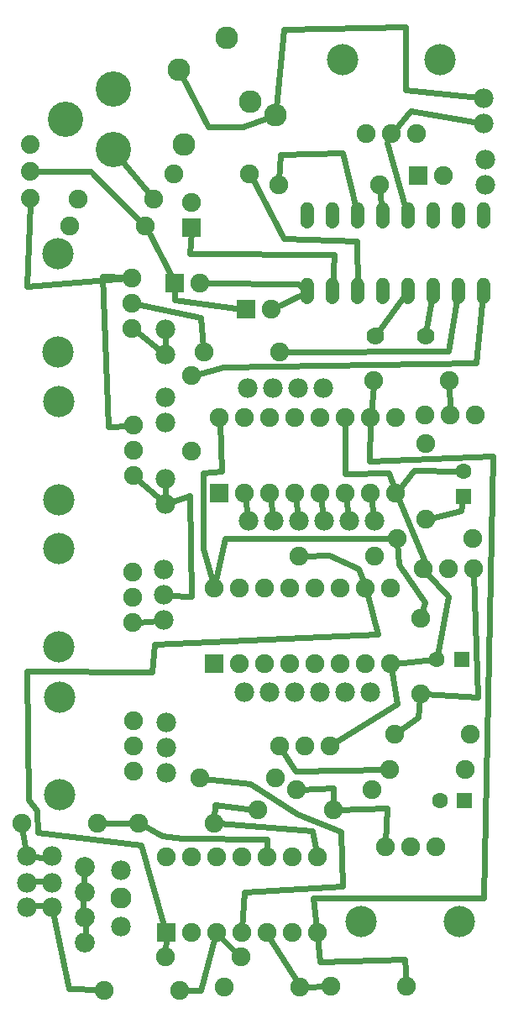
<source format=gbl>
G04 MADE WITH FRITZING*
G04 WWW.FRITZING.ORG*
G04 DOUBLE SIDED*
G04 HOLES PLATED*
G04 CONTOUR ON CENTER OF CONTOUR VECTOR*
%ASAXBY*%
%FSLAX23Y23*%
%MOIN*%
%OFA0B0*%
%SFA1.0B1.0*%
%ADD10C,0.075000*%
%ADD11C,0.062992*%
%ADD12C,0.074000*%
%ADD13C,0.140000*%
%ADD14C,0.090020*%
%ADD15C,0.052000*%
%ADD16C,0.078000*%
%ADD17C,0.079370*%
%ADD18C,0.083307*%
%ADD19C,0.074667*%
%ADD20C,0.074695*%
%ADD21C,0.124033*%
%ADD22C,0.070000*%
%ADD23R,0.075000X0.075000*%
%ADD24R,0.062992X0.062992*%
%ADD25C,0.024000*%
%ADD26R,0.001000X0.001000*%
%LNCOPPER0*%
G90*
G70*
G54D10*
X635Y287D03*
X735Y287D03*
X835Y287D03*
X935Y287D03*
X1035Y287D03*
X1135Y287D03*
X1235Y287D03*
X1235Y587D03*
X1135Y587D03*
X1035Y587D03*
X935Y587D03*
X835Y587D03*
X735Y587D03*
X635Y587D03*
X670Y2866D03*
X770Y2866D03*
X954Y2761D03*
X1054Y2761D03*
X1635Y3292D03*
X1735Y3292D03*
G54D11*
X1809Y1371D03*
X1711Y1371D03*
X1817Y2019D03*
X1817Y2117D03*
X1821Y810D03*
X1723Y810D03*
G54D12*
X98Y3415D03*
X98Y3308D03*
X98Y3201D03*
G54D10*
X1655Y1730D03*
X1755Y1730D03*
X1855Y1730D03*
X1863Y2341D03*
X1763Y2341D03*
X1663Y2341D03*
X1285Y1029D03*
X1185Y1029D03*
X1085Y1029D03*
G54D13*
X426Y3395D03*
X426Y3635D03*
X236Y3515D03*
G54D14*
X1070Y3530D03*
X971Y3585D03*
X705Y3416D03*
X685Y3711D03*
X877Y3839D03*
G54D10*
X1082Y3256D03*
X1482Y3256D03*
X667Y3299D03*
X967Y3299D03*
X1300Y774D03*
X1000Y774D03*
X738Y2497D03*
X738Y2197D03*
G54D15*
X1196Y2833D03*
X1296Y2833D03*
X1396Y2833D03*
X1496Y2833D03*
X1596Y2833D03*
X1696Y2833D03*
X1796Y2833D03*
X1896Y2833D03*
X1896Y3133D03*
X1796Y3133D03*
X1696Y3133D03*
X1596Y3133D03*
X1496Y3133D03*
X1396Y3133D03*
X1296Y3133D03*
X1196Y3133D03*
G54D16*
X627Y1727D03*
X627Y1627D03*
X627Y1527D03*
X961Y2448D03*
X1061Y2448D03*
X1161Y2448D03*
X1261Y2448D03*
G54D17*
X314Y549D03*
X314Y449D03*
X314Y349D03*
X314Y249D03*
G54D16*
X948Y1243D03*
X1048Y1243D03*
X1148Y1243D03*
X1248Y1243D03*
X1348Y1243D03*
X1448Y1243D03*
X962Y1920D03*
X1062Y1920D03*
X1162Y1920D03*
X1262Y1920D03*
X1362Y1920D03*
X1462Y1920D03*
X1895Y3499D03*
X1895Y3599D03*
X1903Y3254D03*
X1903Y3354D03*
X634Y1987D03*
X634Y2087D03*
X633Y2310D03*
X633Y2410D03*
X82Y387D03*
X182Y387D03*
X82Y486D03*
X182Y486D03*
X83Y590D03*
X183Y590D03*
X455Y313D03*
X458Y536D03*
G54D18*
X457Y424D03*
G54D16*
X634Y2580D03*
X634Y2680D03*
X636Y1123D03*
X636Y1023D03*
X636Y923D03*
G54D10*
X827Y1354D03*
X827Y1654D03*
X927Y1354D03*
X927Y1654D03*
X1027Y1354D03*
X1027Y1654D03*
X1127Y1354D03*
X1127Y1654D03*
X1227Y1354D03*
X1227Y1654D03*
X1327Y1354D03*
X1327Y1654D03*
X1427Y1354D03*
X1427Y1654D03*
X1527Y1354D03*
X1527Y1654D03*
X848Y2031D03*
X848Y2331D03*
X948Y2031D03*
X948Y2331D03*
X1048Y2031D03*
X1048Y2331D03*
X1148Y2031D03*
X1148Y2331D03*
X1248Y2031D03*
X1248Y2331D03*
X1348Y2031D03*
X1348Y2331D03*
X1448Y2031D03*
X1448Y2331D03*
X1548Y2031D03*
X1548Y2331D03*
G54D19*
X507Y929D03*
X507Y1029D03*
G54D20*
X507Y1129D03*
G54D21*
X212Y835D03*
X212Y1223D03*
G54D19*
X504Y1517D03*
X504Y1617D03*
G54D20*
X504Y1717D03*
G54D21*
X209Y1423D03*
X209Y1812D03*
G54D19*
X501Y2686D03*
X501Y2786D03*
G54D20*
X501Y2886D03*
G54D21*
X205Y2592D03*
X205Y2981D03*
G54D19*
X1705Y628D03*
X1605Y628D03*
G54D20*
X1505Y628D03*
G54D21*
X1800Y333D03*
X1411Y333D03*
G54D19*
X506Y2100D03*
X506Y2200D03*
G54D20*
X506Y2300D03*
G54D21*
X211Y2006D03*
X211Y2394D03*
G54D10*
X587Y3199D03*
X287Y3199D03*
X554Y3090D03*
X254Y3090D03*
X738Y3084D03*
X738Y3184D03*
X1085Y2592D03*
X785Y2592D03*
X1463Y1782D03*
X1163Y1782D03*
X1843Y1076D03*
X1543Y1076D03*
X1645Y1235D03*
X1645Y1535D03*
X1668Y1927D03*
X1668Y2227D03*
X1761Y2477D03*
X1461Y2477D03*
X1553Y1852D03*
X1853Y1852D03*
X1452Y855D03*
X1152Y855D03*
X1823Y934D03*
X1523Y934D03*
X769Y901D03*
X1069Y901D03*
X690Y59D03*
X390Y59D03*
X632Y190D03*
X932Y190D03*
X868Y72D03*
X1168Y72D03*
X1291Y74D03*
X1591Y74D03*
X62Y723D03*
X362Y723D03*
X827Y723D03*
X527Y723D03*
G54D22*
X1466Y2654D03*
X1666Y2654D03*
G54D19*
X1430Y3458D03*
X1530Y3458D03*
G54D20*
X1630Y3458D03*
G54D21*
X1335Y3753D03*
X1724Y3753D03*
G54D23*
X635Y287D03*
X670Y2866D03*
X954Y2761D03*
X1635Y3292D03*
G54D24*
X1809Y1371D03*
X1817Y2019D03*
X1821Y810D03*
G54D23*
X827Y1354D03*
X848Y2031D03*
X738Y3084D03*
G54D25*
X1583Y181D02*
X1590Y91D01*
D02*
X1246Y173D02*
X1583Y181D01*
D02*
X1237Y270D02*
X1246Y173D01*
D02*
X458Y3356D02*
X576Y3212D01*
D02*
X135Y396D02*
X101Y390D01*
D02*
X163Y390D02*
X135Y396D01*
D02*
X250Y64D02*
X186Y368D01*
D02*
X372Y60D02*
X250Y64D01*
D02*
X772Y59D02*
X707Y59D01*
D02*
X831Y270D02*
X772Y59D01*
D02*
X920Y202D02*
X848Y275D01*
D02*
X1044Y272D02*
X1159Y87D01*
D02*
X510Y723D02*
X379Y723D01*
D02*
X64Y706D02*
X80Y609D01*
D02*
X157Y585D02*
X102Y589D01*
D02*
X164Y586D02*
X157Y585D01*
D02*
X128Y492D02*
X100Y489D01*
D02*
X163Y488D02*
X128Y492D01*
D02*
X309Y492D02*
X312Y469D01*
D02*
X312Y530D02*
X309Y492D01*
D02*
X306Y399D02*
X311Y369D01*
D02*
X311Y430D02*
X306Y399D01*
D02*
X317Y281D02*
X316Y269D01*
D02*
X315Y329D02*
X317Y281D01*
D02*
X635Y270D02*
X633Y207D01*
D02*
X1274Y74D02*
X1186Y72D01*
D02*
X729Y2981D02*
X1302Y2977D01*
D02*
X1302Y2977D02*
X1296Y2849D01*
D02*
X736Y3067D02*
X729Y2981D01*
D02*
X1394Y3033D02*
X1102Y3040D01*
D02*
X1102Y3040D02*
X975Y3284D01*
D02*
X1395Y2849D02*
X1394Y3033D01*
D02*
X864Y2530D02*
X1865Y2548D01*
D02*
X755Y2501D02*
X864Y2530D01*
D02*
X1865Y2548D02*
X1894Y2817D01*
D02*
X1102Y2593D02*
X1757Y2596D01*
D02*
X1757Y2596D02*
X1793Y2817D01*
D02*
X983Y776D02*
X829Y794D01*
D02*
X829Y794D02*
X828Y740D01*
D02*
X1215Y692D02*
X845Y721D01*
D02*
X1232Y605D02*
X1215Y692D01*
D02*
X700Y660D02*
X619Y670D01*
D02*
X1037Y659D02*
X700Y660D01*
D02*
X619Y670D02*
X543Y714D01*
D02*
X1036Y605D02*
X1037Y659D01*
D02*
X580Y1322D02*
X83Y1325D01*
D02*
X124Y773D02*
X127Y686D01*
D02*
X91Y814D02*
X124Y773D01*
D02*
X127Y686D02*
X537Y636D01*
D02*
X537Y636D02*
X631Y304D01*
D02*
X83Y1325D02*
X91Y814D01*
D02*
X591Y1433D02*
X580Y1322D01*
D02*
X1476Y1470D02*
X591Y1433D01*
D02*
X1432Y1637D02*
X1476Y1470D01*
D02*
X1220Y425D02*
X1233Y305D01*
D02*
X1898Y425D02*
X1220Y425D01*
D02*
X1443Y2157D02*
X1934Y2178D01*
D02*
X1934Y2178D02*
X1898Y425D01*
D02*
X1447Y2313D02*
X1443Y2157D01*
D02*
X1606Y3548D02*
X1543Y3473D01*
D02*
X1876Y3502D02*
X1606Y3548D01*
D02*
X1102Y3870D02*
X1073Y3560D01*
D02*
X1587Y3881D02*
X1102Y3870D01*
D02*
X1587Y3633D02*
X1587Y3881D01*
D02*
X1876Y3601D02*
X1587Y3633D01*
D02*
X731Y2022D02*
X652Y1994D01*
D02*
X735Y1622D02*
X731Y2022D01*
D02*
X646Y1626D02*
X735Y1622D01*
D02*
X1161Y2862D02*
X787Y2866D01*
D02*
X1183Y2843D02*
X1161Y2862D01*
D02*
X1180Y2822D02*
X1183Y2824D01*
D02*
X1070Y2768D02*
X1180Y2822D01*
D02*
X1457Y2422D02*
X1450Y2348D01*
D02*
X1460Y2459D02*
X1457Y2422D01*
D02*
X870Y1851D02*
X831Y1671D01*
D02*
X1535Y1852D02*
X870Y1851D01*
D02*
X562Y3075D02*
X662Y2882D01*
D02*
X1335Y3381D02*
X1392Y3149D01*
D02*
X1091Y3374D02*
X1335Y3381D01*
D02*
X1083Y3274D02*
X1091Y3374D01*
D02*
X1693Y2817D02*
X1668Y2669D01*
D02*
X1345Y2109D02*
X1521Y2111D01*
D02*
X1521Y2111D02*
X1542Y2047D01*
D02*
X1348Y2313D02*
X1345Y2109D01*
D02*
X857Y2118D02*
X849Y2313D01*
D02*
X783Y2111D02*
X857Y2118D01*
D02*
X783Y1811D02*
X783Y2111D01*
D02*
X822Y1671D02*
X783Y1811D01*
D02*
X1150Y928D02*
X1506Y934D01*
D02*
X1094Y1014D02*
X1150Y928D01*
D02*
X1805Y1960D02*
X1814Y2003D01*
D02*
X1685Y1931D02*
X1805Y1960D01*
D02*
X1619Y2121D02*
X1559Y2045D01*
D02*
X1801Y2118D02*
X1619Y2121D01*
D02*
X1759Y2468D02*
X1759Y2468D01*
D02*
X1763Y2359D02*
X1759Y2468D01*
D02*
X1559Y1749D02*
X1554Y1834D01*
D02*
X1663Y1598D02*
X1559Y1749D01*
D02*
X1650Y1552D02*
X1663Y1598D01*
D02*
X1665Y1752D02*
X1555Y2015D01*
D02*
X1662Y1746D02*
X1665Y1752D01*
D02*
X1400Y1732D02*
X1422Y1671D01*
D02*
X1282Y1785D02*
X1400Y1732D01*
D02*
X1180Y1783D02*
X1282Y1785D01*
D02*
X1874Y1223D02*
X1663Y1234D01*
D02*
X1856Y1712D02*
X1874Y1223D01*
D02*
X1756Y1623D02*
X1667Y1717D01*
D02*
X1714Y1387D02*
X1756Y1623D01*
D02*
X1545Y1356D02*
X1695Y1370D01*
D02*
X1638Y1143D02*
X1557Y1086D01*
D02*
X1644Y1217D02*
X1638Y1143D01*
D02*
X1513Y780D02*
X1506Y649D01*
D02*
X1318Y774D02*
X1513Y780D01*
D02*
X1299Y860D02*
X1300Y791D01*
D02*
X1169Y855D02*
X1299Y860D01*
D02*
X1552Y1195D02*
X1530Y1337D01*
D02*
X1300Y1038D02*
X1552Y1195D01*
D02*
X969Y877D02*
X787Y898D01*
D02*
X1335Y473D02*
X1331Y688D01*
D02*
X946Y448D02*
X1335Y473D01*
D02*
X1331Y688D02*
X1157Y759D01*
D02*
X1157Y759D02*
X969Y877D01*
D02*
X936Y305D02*
X946Y448D01*
D02*
X937Y2763D02*
X669Y2798D01*
D02*
X669Y2798D02*
X670Y2848D01*
D02*
X383Y2892D02*
X480Y2887D01*
D02*
X406Y2296D02*
X383Y2892D01*
D02*
X486Y2299D02*
X406Y2296D01*
D02*
X83Y2853D02*
X97Y3181D01*
D02*
X480Y2885D02*
X83Y2853D01*
D02*
X335Y3308D02*
X118Y3308D01*
D02*
X541Y3103D02*
X335Y3308D01*
D02*
X960Y1939D02*
X950Y2014D01*
D02*
X1460Y1939D02*
X1450Y2014D01*
D02*
X1060Y1939D02*
X1050Y2014D01*
D02*
X1474Y2666D02*
X1586Y2820D01*
D02*
X634Y2661D02*
X634Y2599D01*
D02*
X1260Y1939D02*
X1250Y2014D01*
D02*
X634Y2006D02*
X634Y2068D01*
D02*
X1350Y2014D02*
X1360Y1939D01*
D02*
X524Y1519D02*
X608Y1525D01*
D02*
X1150Y2014D02*
X1160Y1939D01*
D02*
X1591Y3148D02*
X1513Y3420D01*
D02*
X1513Y3420D02*
X1521Y3439D01*
D02*
X522Y2086D02*
X620Y2000D01*
D02*
X1484Y3239D02*
X1494Y3149D01*
D02*
X772Y2729D02*
X521Y2782D01*
D02*
X783Y2610D02*
X772Y2729D01*
D02*
X517Y2674D02*
X619Y2592D01*
D02*
X939Y3485D02*
X802Y3485D01*
D02*
X802Y3485D02*
X699Y3685D01*
D02*
X1042Y3521D02*
X939Y3485D01*
G54D26*
X1191Y3185D02*
X1201Y3185D01*
X1291Y3185D02*
X1301Y3185D01*
X1391Y3185D02*
X1401Y3185D01*
X1491Y3185D02*
X1501Y3185D01*
X1591Y3185D02*
X1601Y3185D01*
X1691Y3185D02*
X1700Y3185D01*
X1791Y3185D02*
X1800Y3185D01*
X1891Y3185D02*
X1900Y3185D01*
X1187Y3184D02*
X1204Y3184D01*
X1287Y3184D02*
X1304Y3184D01*
X1387Y3184D02*
X1404Y3184D01*
X1487Y3184D02*
X1504Y3184D01*
X1587Y3184D02*
X1604Y3184D01*
X1687Y3184D02*
X1704Y3184D01*
X1787Y3184D02*
X1804Y3184D01*
X1887Y3184D02*
X1904Y3184D01*
X1185Y3183D02*
X1206Y3183D01*
X1285Y3183D02*
X1306Y3183D01*
X1385Y3183D02*
X1406Y3183D01*
X1485Y3183D02*
X1506Y3183D01*
X1585Y3183D02*
X1606Y3183D01*
X1685Y3183D02*
X1706Y3183D01*
X1785Y3183D02*
X1806Y3183D01*
X1885Y3183D02*
X1906Y3183D01*
X1183Y3182D02*
X1208Y3182D01*
X1283Y3182D02*
X1308Y3182D01*
X1383Y3182D02*
X1408Y3182D01*
X1483Y3182D02*
X1508Y3182D01*
X1583Y3182D02*
X1608Y3182D01*
X1683Y3182D02*
X1708Y3182D01*
X1783Y3182D02*
X1808Y3182D01*
X1883Y3182D02*
X1908Y3182D01*
X1182Y3181D02*
X1210Y3181D01*
X1281Y3181D02*
X1310Y3181D01*
X1381Y3181D02*
X1410Y3181D01*
X1481Y3181D02*
X1510Y3181D01*
X1581Y3181D02*
X1610Y3181D01*
X1681Y3181D02*
X1710Y3181D01*
X1781Y3181D02*
X1810Y3181D01*
X1881Y3181D02*
X1910Y3181D01*
X1180Y3180D02*
X1211Y3180D01*
X1280Y3180D02*
X1311Y3180D01*
X1380Y3180D02*
X1411Y3180D01*
X1480Y3180D02*
X1511Y3180D01*
X1580Y3180D02*
X1611Y3180D01*
X1680Y3180D02*
X1711Y3180D01*
X1780Y3180D02*
X1811Y3180D01*
X1880Y3180D02*
X1911Y3180D01*
X1179Y3179D02*
X1212Y3179D01*
X1279Y3179D02*
X1312Y3179D01*
X1379Y3179D02*
X1412Y3179D01*
X1479Y3179D02*
X1512Y3179D01*
X1579Y3179D02*
X1612Y3179D01*
X1679Y3179D02*
X1712Y3179D01*
X1779Y3179D02*
X1812Y3179D01*
X1879Y3179D02*
X1912Y3179D01*
X1178Y3178D02*
X1214Y3178D01*
X1278Y3178D02*
X1313Y3178D01*
X1378Y3178D02*
X1413Y3178D01*
X1478Y3178D02*
X1513Y3178D01*
X1578Y3178D02*
X1613Y3178D01*
X1678Y3178D02*
X1713Y3178D01*
X1778Y3178D02*
X1813Y3178D01*
X1878Y3178D02*
X1913Y3178D01*
X1177Y3177D02*
X1214Y3177D01*
X1277Y3177D02*
X1314Y3177D01*
X1377Y3177D02*
X1414Y3177D01*
X1477Y3177D02*
X1514Y3177D01*
X1577Y3177D02*
X1614Y3177D01*
X1677Y3177D02*
X1714Y3177D01*
X1777Y3177D02*
X1814Y3177D01*
X1877Y3177D02*
X1914Y3177D01*
X1176Y3176D02*
X1215Y3176D01*
X1276Y3176D02*
X1315Y3176D01*
X1376Y3176D02*
X1415Y3176D01*
X1476Y3176D02*
X1515Y3176D01*
X1576Y3176D02*
X1615Y3176D01*
X1676Y3176D02*
X1715Y3176D01*
X1776Y3176D02*
X1815Y3176D01*
X1876Y3176D02*
X1915Y3176D01*
X1175Y3175D02*
X1216Y3175D01*
X1275Y3175D02*
X1316Y3175D01*
X1375Y3175D02*
X1416Y3175D01*
X1475Y3175D02*
X1516Y3175D01*
X1575Y3175D02*
X1616Y3175D01*
X1675Y3175D02*
X1716Y3175D01*
X1775Y3175D02*
X1816Y3175D01*
X1875Y3175D02*
X1916Y3175D01*
X1175Y3174D02*
X1217Y3174D01*
X1275Y3174D02*
X1317Y3174D01*
X1375Y3174D02*
X1417Y3174D01*
X1475Y3174D02*
X1517Y3174D01*
X1575Y3174D02*
X1617Y3174D01*
X1674Y3174D02*
X1717Y3174D01*
X1774Y3174D02*
X1817Y3174D01*
X1874Y3174D02*
X1917Y3174D01*
X1174Y3173D02*
X1217Y3173D01*
X1274Y3173D02*
X1317Y3173D01*
X1374Y3173D02*
X1417Y3173D01*
X1474Y3173D02*
X1517Y3173D01*
X1574Y3173D02*
X1617Y3173D01*
X1674Y3173D02*
X1717Y3173D01*
X1774Y3173D02*
X1817Y3173D01*
X1874Y3173D02*
X1917Y3173D01*
X1173Y3172D02*
X1218Y3172D01*
X1273Y3172D02*
X1318Y3172D01*
X1373Y3172D02*
X1418Y3172D01*
X1473Y3172D02*
X1518Y3172D01*
X1573Y3172D02*
X1618Y3172D01*
X1673Y3172D02*
X1718Y3172D01*
X1773Y3172D02*
X1818Y3172D01*
X1873Y3172D02*
X1918Y3172D01*
X1173Y3171D02*
X1218Y3171D01*
X1273Y3171D02*
X1318Y3171D01*
X1373Y3171D02*
X1418Y3171D01*
X1473Y3171D02*
X1518Y3171D01*
X1573Y3171D02*
X1618Y3171D01*
X1673Y3171D02*
X1718Y3171D01*
X1773Y3171D02*
X1818Y3171D01*
X1873Y3171D02*
X1918Y3171D01*
X1172Y3170D02*
X1219Y3170D01*
X1272Y3170D02*
X1319Y3170D01*
X1372Y3170D02*
X1419Y3170D01*
X1472Y3170D02*
X1519Y3170D01*
X1572Y3170D02*
X1619Y3170D01*
X1672Y3170D02*
X1719Y3170D01*
X1772Y3170D02*
X1819Y3170D01*
X1872Y3170D02*
X1919Y3170D01*
X1172Y3169D02*
X1219Y3169D01*
X1272Y3169D02*
X1319Y3169D01*
X1372Y3169D02*
X1419Y3169D01*
X1472Y3169D02*
X1519Y3169D01*
X1572Y3169D02*
X1619Y3169D01*
X1672Y3169D02*
X1719Y3169D01*
X1772Y3169D02*
X1819Y3169D01*
X1872Y3169D02*
X1919Y3169D01*
X1172Y3168D02*
X1220Y3168D01*
X1272Y3168D02*
X1320Y3168D01*
X1372Y3168D02*
X1420Y3168D01*
X1472Y3168D02*
X1520Y3168D01*
X1572Y3168D02*
X1620Y3168D01*
X1671Y3168D02*
X1720Y3168D01*
X1771Y3168D02*
X1820Y3168D01*
X1871Y3168D02*
X1920Y3168D01*
X1171Y3167D02*
X1220Y3167D01*
X1271Y3167D02*
X1320Y3167D01*
X1371Y3167D02*
X1420Y3167D01*
X1471Y3167D02*
X1520Y3167D01*
X1571Y3167D02*
X1620Y3167D01*
X1671Y3167D02*
X1720Y3167D01*
X1771Y3167D02*
X1820Y3167D01*
X1871Y3167D02*
X1920Y3167D01*
X1171Y3166D02*
X1220Y3166D01*
X1271Y3166D02*
X1320Y3166D01*
X1371Y3166D02*
X1420Y3166D01*
X1471Y3166D02*
X1520Y3166D01*
X1571Y3166D02*
X1620Y3166D01*
X1671Y3166D02*
X1720Y3166D01*
X1771Y3166D02*
X1820Y3166D01*
X1871Y3166D02*
X1920Y3166D01*
X1171Y3165D02*
X1221Y3165D01*
X1271Y3165D02*
X1321Y3165D01*
X1371Y3165D02*
X1421Y3165D01*
X1471Y3165D02*
X1521Y3165D01*
X1571Y3165D02*
X1621Y3165D01*
X1671Y3165D02*
X1720Y3165D01*
X1771Y3165D02*
X1820Y3165D01*
X1871Y3165D02*
X1920Y3165D01*
X1171Y3164D02*
X1221Y3164D01*
X1271Y3164D02*
X1321Y3164D01*
X1371Y3164D02*
X1421Y3164D01*
X1471Y3164D02*
X1521Y3164D01*
X1570Y3164D02*
X1621Y3164D01*
X1670Y3164D02*
X1721Y3164D01*
X1770Y3164D02*
X1821Y3164D01*
X1870Y3164D02*
X1921Y3164D01*
X1170Y3163D02*
X1221Y3163D01*
X1270Y3163D02*
X1321Y3163D01*
X1370Y3163D02*
X1421Y3163D01*
X1470Y3163D02*
X1521Y3163D01*
X1570Y3163D02*
X1621Y3163D01*
X1670Y3163D02*
X1721Y3163D01*
X1770Y3163D02*
X1821Y3163D01*
X1870Y3163D02*
X1921Y3163D01*
X1170Y3162D02*
X1221Y3162D01*
X1270Y3162D02*
X1321Y3162D01*
X1370Y3162D02*
X1421Y3162D01*
X1470Y3162D02*
X1521Y3162D01*
X1570Y3162D02*
X1621Y3162D01*
X1670Y3162D02*
X1721Y3162D01*
X1770Y3162D02*
X1821Y3162D01*
X1870Y3162D02*
X1921Y3162D01*
X1170Y3161D02*
X1221Y3161D01*
X1270Y3161D02*
X1321Y3161D01*
X1370Y3161D02*
X1421Y3161D01*
X1470Y3161D02*
X1521Y3161D01*
X1570Y3161D02*
X1621Y3161D01*
X1670Y3161D02*
X1721Y3161D01*
X1770Y3161D02*
X1821Y3161D01*
X1870Y3161D02*
X1921Y3161D01*
X1170Y3160D02*
X1221Y3160D01*
X1270Y3160D02*
X1321Y3160D01*
X1370Y3160D02*
X1421Y3160D01*
X1470Y3160D02*
X1521Y3160D01*
X1570Y3160D02*
X1621Y3160D01*
X1670Y3160D02*
X1721Y3160D01*
X1770Y3160D02*
X1821Y3160D01*
X1870Y3160D02*
X1921Y3160D01*
X1170Y3159D02*
X1221Y3159D01*
X1270Y3159D02*
X1321Y3159D01*
X1370Y3159D02*
X1421Y3159D01*
X1470Y3159D02*
X1521Y3159D01*
X1570Y3159D02*
X1621Y3159D01*
X1670Y3159D02*
X1721Y3159D01*
X1770Y3159D02*
X1821Y3159D01*
X1870Y3159D02*
X1921Y3159D01*
X1170Y3158D02*
X1221Y3158D01*
X1270Y3158D02*
X1321Y3158D01*
X1370Y3158D02*
X1421Y3158D01*
X1470Y3158D02*
X1521Y3158D01*
X1570Y3158D02*
X1621Y3158D01*
X1670Y3158D02*
X1721Y3158D01*
X1770Y3158D02*
X1821Y3158D01*
X1870Y3158D02*
X1921Y3158D01*
X1170Y3157D02*
X1221Y3157D01*
X1270Y3157D02*
X1321Y3157D01*
X1370Y3157D02*
X1421Y3157D01*
X1470Y3157D02*
X1521Y3157D01*
X1570Y3157D02*
X1621Y3157D01*
X1670Y3157D02*
X1721Y3157D01*
X1770Y3157D02*
X1821Y3157D01*
X1870Y3157D02*
X1921Y3157D01*
X1170Y3156D02*
X1221Y3156D01*
X1270Y3156D02*
X1321Y3156D01*
X1370Y3156D02*
X1421Y3156D01*
X1470Y3156D02*
X1521Y3156D01*
X1570Y3156D02*
X1621Y3156D01*
X1670Y3156D02*
X1721Y3156D01*
X1770Y3156D02*
X1821Y3156D01*
X1870Y3156D02*
X1921Y3156D01*
X1170Y3155D02*
X1221Y3155D01*
X1270Y3155D02*
X1321Y3155D01*
X1370Y3155D02*
X1421Y3155D01*
X1470Y3155D02*
X1521Y3155D01*
X1570Y3155D02*
X1621Y3155D01*
X1670Y3155D02*
X1721Y3155D01*
X1770Y3155D02*
X1821Y3155D01*
X1870Y3155D02*
X1921Y3155D01*
X1170Y3154D02*
X1221Y3154D01*
X1270Y3154D02*
X1321Y3154D01*
X1370Y3154D02*
X1421Y3154D01*
X1470Y3154D02*
X1521Y3154D01*
X1570Y3154D02*
X1621Y3154D01*
X1670Y3154D02*
X1721Y3154D01*
X1770Y3154D02*
X1821Y3154D01*
X1870Y3154D02*
X1921Y3154D01*
X1170Y3153D02*
X1221Y3153D01*
X1270Y3153D02*
X1321Y3153D01*
X1370Y3153D02*
X1421Y3153D01*
X1470Y3153D02*
X1521Y3153D01*
X1570Y3153D02*
X1621Y3153D01*
X1670Y3153D02*
X1721Y3153D01*
X1770Y3153D02*
X1821Y3153D01*
X1870Y3153D02*
X1921Y3153D01*
X1170Y3152D02*
X1221Y3152D01*
X1270Y3152D02*
X1321Y3152D01*
X1370Y3152D02*
X1421Y3152D01*
X1470Y3152D02*
X1521Y3152D01*
X1570Y3152D02*
X1621Y3152D01*
X1670Y3152D02*
X1721Y3152D01*
X1770Y3152D02*
X1821Y3152D01*
X1870Y3152D02*
X1921Y3152D01*
X1170Y3151D02*
X1221Y3151D01*
X1270Y3151D02*
X1321Y3151D01*
X1370Y3151D02*
X1421Y3151D01*
X1470Y3151D02*
X1521Y3151D01*
X1570Y3151D02*
X1621Y3151D01*
X1670Y3151D02*
X1721Y3151D01*
X1770Y3151D02*
X1821Y3151D01*
X1870Y3151D02*
X1921Y3151D01*
X1170Y3150D02*
X1221Y3150D01*
X1270Y3150D02*
X1321Y3150D01*
X1370Y3150D02*
X1421Y3150D01*
X1470Y3150D02*
X1521Y3150D01*
X1570Y3150D02*
X1621Y3150D01*
X1670Y3150D02*
X1721Y3150D01*
X1770Y3150D02*
X1821Y3150D01*
X1870Y3150D02*
X1921Y3150D01*
X1170Y3149D02*
X1191Y3149D01*
X1200Y3149D02*
X1221Y3149D01*
X1270Y3149D02*
X1291Y3149D01*
X1300Y3149D02*
X1321Y3149D01*
X1370Y3149D02*
X1391Y3149D01*
X1400Y3149D02*
X1421Y3149D01*
X1470Y3149D02*
X1491Y3149D01*
X1500Y3149D02*
X1521Y3149D01*
X1570Y3149D02*
X1591Y3149D01*
X1600Y3149D02*
X1621Y3149D01*
X1670Y3149D02*
X1691Y3149D01*
X1700Y3149D02*
X1721Y3149D01*
X1770Y3149D02*
X1791Y3149D01*
X1800Y3149D02*
X1821Y3149D01*
X1870Y3149D02*
X1891Y3149D01*
X1900Y3149D02*
X1921Y3149D01*
X1170Y3148D02*
X1188Y3148D01*
X1203Y3148D02*
X1221Y3148D01*
X1270Y3148D02*
X1288Y3148D01*
X1303Y3148D02*
X1321Y3148D01*
X1370Y3148D02*
X1388Y3148D01*
X1403Y3148D02*
X1421Y3148D01*
X1470Y3148D02*
X1488Y3148D01*
X1503Y3148D02*
X1521Y3148D01*
X1570Y3148D02*
X1588Y3148D01*
X1603Y3148D02*
X1621Y3148D01*
X1670Y3148D02*
X1688Y3148D01*
X1703Y3148D02*
X1721Y3148D01*
X1770Y3148D02*
X1788Y3148D01*
X1803Y3148D02*
X1821Y3148D01*
X1870Y3148D02*
X1888Y3148D01*
X1903Y3148D02*
X1921Y3148D01*
X1170Y3147D02*
X1187Y3147D01*
X1205Y3147D02*
X1221Y3147D01*
X1270Y3147D02*
X1287Y3147D01*
X1305Y3147D02*
X1321Y3147D01*
X1370Y3147D02*
X1387Y3147D01*
X1405Y3147D02*
X1421Y3147D01*
X1470Y3147D02*
X1486Y3147D01*
X1505Y3147D02*
X1521Y3147D01*
X1570Y3147D02*
X1586Y3147D01*
X1605Y3147D02*
X1621Y3147D01*
X1670Y3147D02*
X1686Y3147D01*
X1705Y3147D02*
X1721Y3147D01*
X1770Y3147D02*
X1786Y3147D01*
X1805Y3147D02*
X1821Y3147D01*
X1870Y3147D02*
X1886Y3147D01*
X1905Y3147D02*
X1921Y3147D01*
X1170Y3146D02*
X1185Y3146D01*
X1206Y3146D02*
X1221Y3146D01*
X1270Y3146D02*
X1285Y3146D01*
X1306Y3146D02*
X1321Y3146D01*
X1370Y3146D02*
X1385Y3146D01*
X1406Y3146D02*
X1421Y3146D01*
X1470Y3146D02*
X1485Y3146D01*
X1506Y3146D02*
X1521Y3146D01*
X1570Y3146D02*
X1585Y3146D01*
X1606Y3146D02*
X1621Y3146D01*
X1670Y3146D02*
X1685Y3146D01*
X1706Y3146D02*
X1721Y3146D01*
X1770Y3146D02*
X1785Y3146D01*
X1806Y3146D02*
X1821Y3146D01*
X1870Y3146D02*
X1885Y3146D01*
X1906Y3146D02*
X1921Y3146D01*
X1170Y3145D02*
X1184Y3145D01*
X1207Y3145D02*
X1221Y3145D01*
X1270Y3145D02*
X1284Y3145D01*
X1307Y3145D02*
X1321Y3145D01*
X1370Y3145D02*
X1384Y3145D01*
X1407Y3145D02*
X1421Y3145D01*
X1470Y3145D02*
X1484Y3145D01*
X1507Y3145D02*
X1521Y3145D01*
X1570Y3145D02*
X1584Y3145D01*
X1607Y3145D02*
X1621Y3145D01*
X1670Y3145D02*
X1684Y3145D01*
X1707Y3145D02*
X1721Y3145D01*
X1770Y3145D02*
X1784Y3145D01*
X1807Y3145D02*
X1821Y3145D01*
X1870Y3145D02*
X1884Y3145D01*
X1907Y3145D02*
X1921Y3145D01*
X1170Y3144D02*
X1183Y3144D01*
X1208Y3144D02*
X1221Y3144D01*
X1270Y3144D02*
X1283Y3144D01*
X1308Y3144D02*
X1321Y3144D01*
X1370Y3144D02*
X1383Y3144D01*
X1408Y3144D02*
X1421Y3144D01*
X1470Y3144D02*
X1483Y3144D01*
X1508Y3144D02*
X1521Y3144D01*
X1570Y3144D02*
X1583Y3144D01*
X1608Y3144D02*
X1621Y3144D01*
X1670Y3144D02*
X1683Y3144D01*
X1708Y3144D02*
X1721Y3144D01*
X1770Y3144D02*
X1783Y3144D01*
X1808Y3144D02*
X1821Y3144D01*
X1870Y3144D02*
X1883Y3144D01*
X1908Y3144D02*
X1921Y3144D01*
X1170Y3143D02*
X1182Y3143D01*
X1209Y3143D02*
X1221Y3143D01*
X1270Y3143D02*
X1282Y3143D01*
X1309Y3143D02*
X1321Y3143D01*
X1370Y3143D02*
X1382Y3143D01*
X1409Y3143D02*
X1421Y3143D01*
X1470Y3143D02*
X1482Y3143D01*
X1509Y3143D02*
X1521Y3143D01*
X1570Y3143D02*
X1582Y3143D01*
X1609Y3143D02*
X1621Y3143D01*
X1670Y3143D02*
X1682Y3143D01*
X1709Y3143D02*
X1721Y3143D01*
X1770Y3143D02*
X1782Y3143D01*
X1809Y3143D02*
X1821Y3143D01*
X1870Y3143D02*
X1882Y3143D01*
X1909Y3143D02*
X1921Y3143D01*
X1170Y3142D02*
X1182Y3142D01*
X1210Y3142D02*
X1221Y3142D01*
X1270Y3142D02*
X1282Y3142D01*
X1310Y3142D02*
X1321Y3142D01*
X1370Y3142D02*
X1382Y3142D01*
X1410Y3142D02*
X1421Y3142D01*
X1470Y3142D02*
X1482Y3142D01*
X1510Y3142D02*
X1521Y3142D01*
X1570Y3142D02*
X1582Y3142D01*
X1610Y3142D02*
X1621Y3142D01*
X1670Y3142D02*
X1682Y3142D01*
X1710Y3142D02*
X1721Y3142D01*
X1770Y3142D02*
X1781Y3142D01*
X1810Y3142D02*
X1821Y3142D01*
X1870Y3142D02*
X1881Y3142D01*
X1910Y3142D02*
X1921Y3142D01*
X1170Y3141D02*
X1181Y3141D01*
X1210Y3141D02*
X1221Y3141D01*
X1270Y3141D02*
X1281Y3141D01*
X1310Y3141D02*
X1321Y3141D01*
X1370Y3141D02*
X1381Y3141D01*
X1410Y3141D02*
X1421Y3141D01*
X1470Y3141D02*
X1481Y3141D01*
X1510Y3141D02*
X1521Y3141D01*
X1570Y3141D02*
X1581Y3141D01*
X1610Y3141D02*
X1621Y3141D01*
X1670Y3141D02*
X1681Y3141D01*
X1710Y3141D02*
X1721Y3141D01*
X1770Y3141D02*
X1781Y3141D01*
X1810Y3141D02*
X1821Y3141D01*
X1870Y3141D02*
X1881Y3141D01*
X1910Y3141D02*
X1921Y3141D01*
X1170Y3140D02*
X1181Y3140D01*
X1211Y3140D02*
X1221Y3140D01*
X1270Y3140D02*
X1281Y3140D01*
X1311Y3140D02*
X1321Y3140D01*
X1370Y3140D02*
X1381Y3140D01*
X1411Y3140D02*
X1421Y3140D01*
X1470Y3140D02*
X1480Y3140D01*
X1511Y3140D02*
X1521Y3140D01*
X1570Y3140D02*
X1580Y3140D01*
X1611Y3140D02*
X1621Y3140D01*
X1670Y3140D02*
X1680Y3140D01*
X1711Y3140D02*
X1721Y3140D01*
X1770Y3140D02*
X1780Y3140D01*
X1811Y3140D02*
X1821Y3140D01*
X1870Y3140D02*
X1880Y3140D01*
X1911Y3140D02*
X1921Y3140D01*
X1170Y3139D02*
X1180Y3139D01*
X1211Y3139D02*
X1221Y3139D01*
X1270Y3139D02*
X1280Y3139D01*
X1311Y3139D02*
X1321Y3139D01*
X1370Y3139D02*
X1380Y3139D01*
X1411Y3139D02*
X1421Y3139D01*
X1470Y3139D02*
X1480Y3139D01*
X1511Y3139D02*
X1521Y3139D01*
X1570Y3139D02*
X1580Y3139D01*
X1611Y3139D02*
X1621Y3139D01*
X1670Y3139D02*
X1680Y3139D01*
X1711Y3139D02*
X1721Y3139D01*
X1770Y3139D02*
X1780Y3139D01*
X1811Y3139D02*
X1821Y3139D01*
X1870Y3139D02*
X1880Y3139D01*
X1911Y3139D02*
X1921Y3139D01*
X1170Y3138D02*
X1180Y3138D01*
X1211Y3138D02*
X1221Y3138D01*
X1270Y3138D02*
X1280Y3138D01*
X1311Y3138D02*
X1321Y3138D01*
X1370Y3138D02*
X1380Y3138D01*
X1411Y3138D02*
X1421Y3138D01*
X1470Y3138D02*
X1480Y3138D01*
X1511Y3138D02*
X1521Y3138D01*
X1570Y3138D02*
X1580Y3138D01*
X1611Y3138D02*
X1621Y3138D01*
X1670Y3138D02*
X1680Y3138D01*
X1711Y3138D02*
X1721Y3138D01*
X1770Y3138D02*
X1780Y3138D01*
X1811Y3138D02*
X1821Y3138D01*
X1870Y3138D02*
X1880Y3138D01*
X1911Y3138D02*
X1921Y3138D01*
X1170Y3137D02*
X1180Y3137D01*
X1212Y3137D02*
X1221Y3137D01*
X1270Y3137D02*
X1280Y3137D01*
X1312Y3137D02*
X1321Y3137D01*
X1370Y3137D02*
X1380Y3137D01*
X1412Y3137D02*
X1421Y3137D01*
X1470Y3137D02*
X1480Y3137D01*
X1512Y3137D02*
X1521Y3137D01*
X1570Y3137D02*
X1579Y3137D01*
X1612Y3137D02*
X1621Y3137D01*
X1670Y3137D02*
X1679Y3137D01*
X1712Y3137D02*
X1721Y3137D01*
X1770Y3137D02*
X1779Y3137D01*
X1812Y3137D02*
X1821Y3137D01*
X1870Y3137D02*
X1879Y3137D01*
X1912Y3137D02*
X1921Y3137D01*
X1170Y3136D02*
X1179Y3136D01*
X1212Y3136D02*
X1221Y3136D01*
X1270Y3136D02*
X1279Y3136D01*
X1312Y3136D02*
X1321Y3136D01*
X1370Y3136D02*
X1379Y3136D01*
X1412Y3136D02*
X1421Y3136D01*
X1470Y3136D02*
X1479Y3136D01*
X1512Y3136D02*
X1521Y3136D01*
X1570Y3136D02*
X1579Y3136D01*
X1612Y3136D02*
X1621Y3136D01*
X1670Y3136D02*
X1679Y3136D01*
X1712Y3136D02*
X1721Y3136D01*
X1770Y3136D02*
X1779Y3136D01*
X1812Y3136D02*
X1821Y3136D01*
X1870Y3136D02*
X1879Y3136D01*
X1912Y3136D02*
X1921Y3136D01*
X1170Y3135D02*
X1179Y3135D01*
X1212Y3135D02*
X1221Y3135D01*
X1270Y3135D02*
X1279Y3135D01*
X1312Y3135D02*
X1321Y3135D01*
X1370Y3135D02*
X1379Y3135D01*
X1412Y3135D02*
X1421Y3135D01*
X1470Y3135D02*
X1479Y3135D01*
X1512Y3135D02*
X1521Y3135D01*
X1570Y3135D02*
X1579Y3135D01*
X1612Y3135D02*
X1621Y3135D01*
X1670Y3135D02*
X1679Y3135D01*
X1712Y3135D02*
X1721Y3135D01*
X1770Y3135D02*
X1779Y3135D01*
X1812Y3135D02*
X1821Y3135D01*
X1870Y3135D02*
X1879Y3135D01*
X1912Y3135D02*
X1921Y3135D01*
X1170Y3134D02*
X1179Y3134D01*
X1212Y3134D02*
X1221Y3134D01*
X1270Y3134D02*
X1279Y3134D01*
X1312Y3134D02*
X1321Y3134D01*
X1370Y3134D02*
X1379Y3134D01*
X1412Y3134D02*
X1421Y3134D01*
X1470Y3134D02*
X1479Y3134D01*
X1512Y3134D02*
X1521Y3134D01*
X1570Y3134D02*
X1579Y3134D01*
X1612Y3134D02*
X1621Y3134D01*
X1670Y3134D02*
X1679Y3134D01*
X1712Y3134D02*
X1721Y3134D01*
X1770Y3134D02*
X1779Y3134D01*
X1812Y3134D02*
X1821Y3134D01*
X1870Y3134D02*
X1879Y3134D01*
X1912Y3134D02*
X1921Y3134D01*
X1170Y3133D02*
X1179Y3133D01*
X1212Y3133D02*
X1221Y3133D01*
X1270Y3133D02*
X1279Y3133D01*
X1312Y3133D02*
X1321Y3133D01*
X1370Y3133D02*
X1379Y3133D01*
X1412Y3133D02*
X1421Y3133D01*
X1470Y3133D02*
X1479Y3133D01*
X1512Y3133D02*
X1521Y3133D01*
X1570Y3133D02*
X1579Y3133D01*
X1612Y3133D02*
X1621Y3133D01*
X1670Y3133D02*
X1679Y3133D01*
X1712Y3133D02*
X1721Y3133D01*
X1770Y3133D02*
X1779Y3133D01*
X1812Y3133D02*
X1821Y3133D01*
X1870Y3133D02*
X1879Y3133D01*
X1912Y3133D02*
X1921Y3133D01*
X1170Y3132D02*
X1179Y3132D01*
X1212Y3132D02*
X1221Y3132D01*
X1270Y3132D02*
X1279Y3132D01*
X1312Y3132D02*
X1321Y3132D01*
X1370Y3132D02*
X1379Y3132D01*
X1412Y3132D02*
X1421Y3132D01*
X1470Y3132D02*
X1479Y3132D01*
X1512Y3132D02*
X1521Y3132D01*
X1570Y3132D02*
X1579Y3132D01*
X1612Y3132D02*
X1621Y3132D01*
X1670Y3132D02*
X1679Y3132D01*
X1712Y3132D02*
X1721Y3132D01*
X1770Y3132D02*
X1779Y3132D01*
X1812Y3132D02*
X1821Y3132D01*
X1870Y3132D02*
X1879Y3132D01*
X1912Y3132D02*
X1921Y3132D01*
X1170Y3131D02*
X1179Y3131D01*
X1212Y3131D02*
X1221Y3131D01*
X1270Y3131D02*
X1279Y3131D01*
X1312Y3131D02*
X1321Y3131D01*
X1370Y3131D02*
X1379Y3131D01*
X1412Y3131D02*
X1421Y3131D01*
X1470Y3131D02*
X1479Y3131D01*
X1512Y3131D02*
X1521Y3131D01*
X1570Y3131D02*
X1579Y3131D01*
X1612Y3131D02*
X1621Y3131D01*
X1670Y3131D02*
X1679Y3131D01*
X1712Y3131D02*
X1721Y3131D01*
X1770Y3131D02*
X1779Y3131D01*
X1812Y3131D02*
X1821Y3131D01*
X1870Y3131D02*
X1879Y3131D01*
X1912Y3131D02*
X1921Y3131D01*
X1170Y3130D02*
X1180Y3130D01*
X1212Y3130D02*
X1221Y3130D01*
X1270Y3130D02*
X1280Y3130D01*
X1312Y3130D02*
X1321Y3130D01*
X1370Y3130D02*
X1380Y3130D01*
X1412Y3130D02*
X1421Y3130D01*
X1470Y3130D02*
X1480Y3130D01*
X1512Y3130D02*
X1521Y3130D01*
X1570Y3130D02*
X1580Y3130D01*
X1612Y3130D02*
X1621Y3130D01*
X1670Y3130D02*
X1680Y3130D01*
X1712Y3130D02*
X1721Y3130D01*
X1770Y3130D02*
X1779Y3130D01*
X1812Y3130D02*
X1821Y3130D01*
X1870Y3130D02*
X1879Y3130D01*
X1912Y3130D02*
X1921Y3130D01*
X1170Y3129D02*
X1180Y3129D01*
X1211Y3129D02*
X1221Y3129D01*
X1270Y3129D02*
X1280Y3129D01*
X1311Y3129D02*
X1321Y3129D01*
X1370Y3129D02*
X1380Y3129D01*
X1411Y3129D02*
X1421Y3129D01*
X1470Y3129D02*
X1480Y3129D01*
X1511Y3129D02*
X1521Y3129D01*
X1570Y3129D02*
X1580Y3129D01*
X1611Y3129D02*
X1621Y3129D01*
X1670Y3129D02*
X1680Y3129D01*
X1711Y3129D02*
X1721Y3129D01*
X1770Y3129D02*
X1780Y3129D01*
X1811Y3129D02*
X1821Y3129D01*
X1870Y3129D02*
X1880Y3129D01*
X1911Y3129D02*
X1921Y3129D01*
X1170Y3128D02*
X1180Y3128D01*
X1211Y3128D02*
X1221Y3128D01*
X1270Y3128D02*
X1280Y3128D01*
X1311Y3128D02*
X1321Y3128D01*
X1370Y3128D02*
X1380Y3128D01*
X1411Y3128D02*
X1421Y3128D01*
X1470Y3128D02*
X1480Y3128D01*
X1511Y3128D02*
X1521Y3128D01*
X1570Y3128D02*
X1580Y3128D01*
X1611Y3128D02*
X1621Y3128D01*
X1670Y3128D02*
X1680Y3128D01*
X1711Y3128D02*
X1721Y3128D01*
X1770Y3128D02*
X1780Y3128D01*
X1811Y3128D02*
X1821Y3128D01*
X1870Y3128D02*
X1880Y3128D01*
X1911Y3128D02*
X1921Y3128D01*
X1170Y3127D02*
X1181Y3127D01*
X1211Y3127D02*
X1221Y3127D01*
X1270Y3127D02*
X1281Y3127D01*
X1311Y3127D02*
X1321Y3127D01*
X1370Y3127D02*
X1381Y3127D01*
X1411Y3127D02*
X1421Y3127D01*
X1470Y3127D02*
X1481Y3127D01*
X1511Y3127D02*
X1521Y3127D01*
X1570Y3127D02*
X1581Y3127D01*
X1611Y3127D02*
X1621Y3127D01*
X1670Y3127D02*
X1681Y3127D01*
X1711Y3127D02*
X1721Y3127D01*
X1770Y3127D02*
X1781Y3127D01*
X1811Y3127D02*
X1821Y3127D01*
X1870Y3127D02*
X1880Y3127D01*
X1911Y3127D02*
X1921Y3127D01*
X1170Y3126D02*
X1181Y3126D01*
X1210Y3126D02*
X1221Y3126D01*
X1270Y3126D02*
X1281Y3126D01*
X1310Y3126D02*
X1321Y3126D01*
X1370Y3126D02*
X1381Y3126D01*
X1410Y3126D02*
X1421Y3126D01*
X1470Y3126D02*
X1481Y3126D01*
X1510Y3126D02*
X1521Y3126D01*
X1570Y3126D02*
X1581Y3126D01*
X1610Y3126D02*
X1621Y3126D01*
X1670Y3126D02*
X1681Y3126D01*
X1710Y3126D02*
X1721Y3126D01*
X1770Y3126D02*
X1781Y3126D01*
X1810Y3126D02*
X1821Y3126D01*
X1870Y3126D02*
X1881Y3126D01*
X1910Y3126D02*
X1921Y3126D01*
X1170Y3125D02*
X1182Y3125D01*
X1210Y3125D02*
X1221Y3125D01*
X1270Y3125D02*
X1282Y3125D01*
X1310Y3125D02*
X1321Y3125D01*
X1370Y3125D02*
X1382Y3125D01*
X1410Y3125D02*
X1421Y3125D01*
X1470Y3125D02*
X1482Y3125D01*
X1510Y3125D02*
X1521Y3125D01*
X1570Y3125D02*
X1582Y3125D01*
X1610Y3125D02*
X1621Y3125D01*
X1670Y3125D02*
X1682Y3125D01*
X1710Y3125D02*
X1721Y3125D01*
X1770Y3125D02*
X1782Y3125D01*
X1810Y3125D02*
X1821Y3125D01*
X1870Y3125D02*
X1882Y3125D01*
X1909Y3125D02*
X1921Y3125D01*
X1170Y3124D02*
X1182Y3124D01*
X1209Y3124D02*
X1221Y3124D01*
X1270Y3124D02*
X1282Y3124D01*
X1309Y3124D02*
X1321Y3124D01*
X1370Y3124D02*
X1382Y3124D01*
X1409Y3124D02*
X1421Y3124D01*
X1470Y3124D02*
X1482Y3124D01*
X1509Y3124D02*
X1521Y3124D01*
X1570Y3124D02*
X1582Y3124D01*
X1609Y3124D02*
X1621Y3124D01*
X1670Y3124D02*
X1682Y3124D01*
X1709Y3124D02*
X1721Y3124D01*
X1770Y3124D02*
X1782Y3124D01*
X1809Y3124D02*
X1821Y3124D01*
X1870Y3124D02*
X1882Y3124D01*
X1909Y3124D02*
X1921Y3124D01*
X1170Y3123D02*
X1183Y3123D01*
X1208Y3123D02*
X1221Y3123D01*
X1270Y3123D02*
X1283Y3123D01*
X1308Y3123D02*
X1321Y3123D01*
X1370Y3123D02*
X1383Y3123D01*
X1408Y3123D02*
X1421Y3123D01*
X1470Y3123D02*
X1483Y3123D01*
X1508Y3123D02*
X1521Y3123D01*
X1570Y3123D02*
X1583Y3123D01*
X1608Y3123D02*
X1621Y3123D01*
X1670Y3123D02*
X1683Y3123D01*
X1708Y3123D02*
X1721Y3123D01*
X1770Y3123D02*
X1783Y3123D01*
X1808Y3123D02*
X1821Y3123D01*
X1870Y3123D02*
X1883Y3123D01*
X1908Y3123D02*
X1921Y3123D01*
X1170Y3122D02*
X1184Y3122D01*
X1207Y3122D02*
X1221Y3122D01*
X1270Y3122D02*
X1284Y3122D01*
X1307Y3122D02*
X1321Y3122D01*
X1370Y3122D02*
X1384Y3122D01*
X1407Y3122D02*
X1421Y3122D01*
X1470Y3122D02*
X1484Y3122D01*
X1507Y3122D02*
X1521Y3122D01*
X1570Y3122D02*
X1584Y3122D01*
X1607Y3122D02*
X1621Y3122D01*
X1670Y3122D02*
X1684Y3122D01*
X1707Y3122D02*
X1721Y3122D01*
X1770Y3122D02*
X1784Y3122D01*
X1807Y3122D02*
X1821Y3122D01*
X1870Y3122D02*
X1884Y3122D01*
X1907Y3122D02*
X1921Y3122D01*
X1170Y3121D02*
X1185Y3121D01*
X1206Y3121D02*
X1221Y3121D01*
X1270Y3121D02*
X1285Y3121D01*
X1306Y3121D02*
X1321Y3121D01*
X1370Y3121D02*
X1385Y3121D01*
X1406Y3121D02*
X1421Y3121D01*
X1470Y3121D02*
X1485Y3121D01*
X1506Y3121D02*
X1521Y3121D01*
X1570Y3121D02*
X1585Y3121D01*
X1606Y3121D02*
X1621Y3121D01*
X1670Y3121D02*
X1685Y3121D01*
X1706Y3121D02*
X1721Y3121D01*
X1770Y3121D02*
X1785Y3121D01*
X1806Y3121D02*
X1821Y3121D01*
X1870Y3121D02*
X1885Y3121D01*
X1906Y3121D02*
X1921Y3121D01*
X1170Y3120D02*
X1187Y3120D01*
X1205Y3120D02*
X1221Y3120D01*
X1270Y3120D02*
X1287Y3120D01*
X1305Y3120D02*
X1321Y3120D01*
X1370Y3120D02*
X1387Y3120D01*
X1405Y3120D02*
X1421Y3120D01*
X1470Y3120D02*
X1487Y3120D01*
X1504Y3120D02*
X1521Y3120D01*
X1570Y3120D02*
X1587Y3120D01*
X1604Y3120D02*
X1621Y3120D01*
X1670Y3120D02*
X1687Y3120D01*
X1704Y3120D02*
X1721Y3120D01*
X1770Y3120D02*
X1787Y3120D01*
X1804Y3120D02*
X1821Y3120D01*
X1870Y3120D02*
X1887Y3120D01*
X1904Y3120D02*
X1921Y3120D01*
X1170Y3119D02*
X1189Y3119D01*
X1203Y3119D02*
X1221Y3119D01*
X1270Y3119D02*
X1289Y3119D01*
X1303Y3119D02*
X1321Y3119D01*
X1370Y3119D02*
X1389Y3119D01*
X1403Y3119D02*
X1421Y3119D01*
X1470Y3119D02*
X1489Y3119D01*
X1503Y3119D02*
X1521Y3119D01*
X1570Y3119D02*
X1589Y3119D01*
X1603Y3119D02*
X1621Y3119D01*
X1670Y3119D02*
X1689Y3119D01*
X1703Y3119D02*
X1721Y3119D01*
X1770Y3119D02*
X1789Y3119D01*
X1803Y3119D02*
X1821Y3119D01*
X1870Y3119D02*
X1889Y3119D01*
X1903Y3119D02*
X1921Y3119D01*
X1170Y3118D02*
X1192Y3118D01*
X1200Y3118D02*
X1221Y3118D01*
X1270Y3118D02*
X1292Y3118D01*
X1300Y3118D02*
X1321Y3118D01*
X1370Y3118D02*
X1392Y3118D01*
X1400Y3118D02*
X1421Y3118D01*
X1470Y3118D02*
X1492Y3118D01*
X1500Y3118D02*
X1521Y3118D01*
X1570Y3118D02*
X1592Y3118D01*
X1600Y3118D02*
X1621Y3118D01*
X1670Y3118D02*
X1692Y3118D01*
X1700Y3118D02*
X1721Y3118D01*
X1770Y3118D02*
X1792Y3118D01*
X1800Y3118D02*
X1821Y3118D01*
X1870Y3118D02*
X1892Y3118D01*
X1900Y3118D02*
X1921Y3118D01*
X1170Y3117D02*
X1221Y3117D01*
X1270Y3117D02*
X1321Y3117D01*
X1370Y3117D02*
X1421Y3117D01*
X1470Y3117D02*
X1521Y3117D01*
X1570Y3117D02*
X1621Y3117D01*
X1670Y3117D02*
X1721Y3117D01*
X1770Y3117D02*
X1821Y3117D01*
X1870Y3117D02*
X1921Y3117D01*
X1170Y3116D02*
X1221Y3116D01*
X1270Y3116D02*
X1321Y3116D01*
X1370Y3116D02*
X1421Y3116D01*
X1470Y3116D02*
X1521Y3116D01*
X1570Y3116D02*
X1621Y3116D01*
X1670Y3116D02*
X1721Y3116D01*
X1770Y3116D02*
X1821Y3116D01*
X1870Y3116D02*
X1921Y3116D01*
X1170Y3115D02*
X1221Y3115D01*
X1270Y3115D02*
X1321Y3115D01*
X1370Y3115D02*
X1421Y3115D01*
X1470Y3115D02*
X1521Y3115D01*
X1570Y3115D02*
X1621Y3115D01*
X1670Y3115D02*
X1721Y3115D01*
X1770Y3115D02*
X1821Y3115D01*
X1870Y3115D02*
X1921Y3115D01*
X1170Y3114D02*
X1221Y3114D01*
X1270Y3114D02*
X1321Y3114D01*
X1370Y3114D02*
X1421Y3114D01*
X1470Y3114D02*
X1521Y3114D01*
X1570Y3114D02*
X1621Y3114D01*
X1670Y3114D02*
X1721Y3114D01*
X1770Y3114D02*
X1821Y3114D01*
X1870Y3114D02*
X1921Y3114D01*
X1170Y3113D02*
X1221Y3113D01*
X1270Y3113D02*
X1321Y3113D01*
X1370Y3113D02*
X1421Y3113D01*
X1470Y3113D02*
X1521Y3113D01*
X1570Y3113D02*
X1621Y3113D01*
X1670Y3113D02*
X1721Y3113D01*
X1770Y3113D02*
X1821Y3113D01*
X1870Y3113D02*
X1921Y3113D01*
X1170Y3112D02*
X1221Y3112D01*
X1270Y3112D02*
X1321Y3112D01*
X1370Y3112D02*
X1421Y3112D01*
X1470Y3112D02*
X1521Y3112D01*
X1570Y3112D02*
X1621Y3112D01*
X1670Y3112D02*
X1721Y3112D01*
X1770Y3112D02*
X1821Y3112D01*
X1870Y3112D02*
X1921Y3112D01*
X1170Y3111D02*
X1221Y3111D01*
X1270Y3111D02*
X1321Y3111D01*
X1370Y3111D02*
X1421Y3111D01*
X1470Y3111D02*
X1521Y3111D01*
X1570Y3111D02*
X1621Y3111D01*
X1670Y3111D02*
X1721Y3111D01*
X1770Y3111D02*
X1821Y3111D01*
X1870Y3111D02*
X1921Y3111D01*
X1170Y3110D02*
X1221Y3110D01*
X1270Y3110D02*
X1321Y3110D01*
X1370Y3110D02*
X1421Y3110D01*
X1470Y3110D02*
X1521Y3110D01*
X1570Y3110D02*
X1621Y3110D01*
X1670Y3110D02*
X1721Y3110D01*
X1770Y3110D02*
X1821Y3110D01*
X1870Y3110D02*
X1921Y3110D01*
X1170Y3109D02*
X1221Y3109D01*
X1270Y3109D02*
X1321Y3109D01*
X1370Y3109D02*
X1421Y3109D01*
X1470Y3109D02*
X1521Y3109D01*
X1570Y3109D02*
X1621Y3109D01*
X1670Y3109D02*
X1721Y3109D01*
X1770Y3109D02*
X1821Y3109D01*
X1870Y3109D02*
X1921Y3109D01*
X1170Y3108D02*
X1221Y3108D01*
X1270Y3108D02*
X1321Y3108D01*
X1370Y3108D02*
X1421Y3108D01*
X1470Y3108D02*
X1521Y3108D01*
X1570Y3108D02*
X1621Y3108D01*
X1670Y3108D02*
X1721Y3108D01*
X1770Y3108D02*
X1821Y3108D01*
X1870Y3108D02*
X1921Y3108D01*
X1170Y3107D02*
X1221Y3107D01*
X1270Y3107D02*
X1321Y3107D01*
X1370Y3107D02*
X1421Y3107D01*
X1470Y3107D02*
X1521Y3107D01*
X1570Y3107D02*
X1621Y3107D01*
X1670Y3107D02*
X1721Y3107D01*
X1770Y3107D02*
X1821Y3107D01*
X1870Y3107D02*
X1921Y3107D01*
X1170Y3106D02*
X1221Y3106D01*
X1270Y3106D02*
X1321Y3106D01*
X1370Y3106D02*
X1421Y3106D01*
X1470Y3106D02*
X1521Y3106D01*
X1570Y3106D02*
X1621Y3106D01*
X1670Y3106D02*
X1721Y3106D01*
X1770Y3106D02*
X1821Y3106D01*
X1870Y3106D02*
X1921Y3106D01*
X1170Y3105D02*
X1221Y3105D01*
X1270Y3105D02*
X1321Y3105D01*
X1370Y3105D02*
X1421Y3105D01*
X1470Y3105D02*
X1521Y3105D01*
X1570Y3105D02*
X1621Y3105D01*
X1670Y3105D02*
X1721Y3105D01*
X1770Y3105D02*
X1821Y3105D01*
X1870Y3105D02*
X1921Y3105D01*
X1170Y3104D02*
X1221Y3104D01*
X1270Y3104D02*
X1321Y3104D01*
X1370Y3104D02*
X1421Y3104D01*
X1470Y3104D02*
X1521Y3104D01*
X1570Y3104D02*
X1621Y3104D01*
X1670Y3104D02*
X1721Y3104D01*
X1770Y3104D02*
X1821Y3104D01*
X1870Y3104D02*
X1921Y3104D01*
X1171Y3103D02*
X1221Y3103D01*
X1271Y3103D02*
X1321Y3103D01*
X1371Y3103D02*
X1421Y3103D01*
X1471Y3103D02*
X1521Y3103D01*
X1571Y3103D02*
X1621Y3103D01*
X1671Y3103D02*
X1721Y3103D01*
X1770Y3103D02*
X1821Y3103D01*
X1870Y3103D02*
X1921Y3103D01*
X1171Y3102D02*
X1221Y3102D01*
X1271Y3102D02*
X1321Y3102D01*
X1371Y3102D02*
X1421Y3102D01*
X1471Y3102D02*
X1520Y3102D01*
X1571Y3102D02*
X1620Y3102D01*
X1671Y3102D02*
X1720Y3102D01*
X1771Y3102D02*
X1820Y3102D01*
X1871Y3102D02*
X1920Y3102D01*
X1171Y3101D02*
X1220Y3101D01*
X1271Y3101D02*
X1320Y3101D01*
X1371Y3101D02*
X1420Y3101D01*
X1471Y3101D02*
X1520Y3101D01*
X1571Y3101D02*
X1620Y3101D01*
X1671Y3101D02*
X1720Y3101D01*
X1771Y3101D02*
X1820Y3101D01*
X1871Y3101D02*
X1920Y3101D01*
X1171Y3100D02*
X1220Y3100D01*
X1271Y3100D02*
X1320Y3100D01*
X1371Y3100D02*
X1420Y3100D01*
X1471Y3100D02*
X1520Y3100D01*
X1571Y3100D02*
X1620Y3100D01*
X1671Y3100D02*
X1720Y3100D01*
X1771Y3100D02*
X1820Y3100D01*
X1871Y3100D02*
X1920Y3100D01*
X1172Y3099D02*
X1220Y3099D01*
X1272Y3099D02*
X1320Y3099D01*
X1372Y3099D02*
X1420Y3099D01*
X1472Y3099D02*
X1520Y3099D01*
X1572Y3099D02*
X1620Y3099D01*
X1672Y3099D02*
X1720Y3099D01*
X1772Y3099D02*
X1820Y3099D01*
X1871Y3099D02*
X1920Y3099D01*
X1172Y3098D02*
X1219Y3098D01*
X1272Y3098D02*
X1319Y3098D01*
X1372Y3098D02*
X1419Y3098D01*
X1472Y3098D02*
X1519Y3098D01*
X1572Y3098D02*
X1619Y3098D01*
X1672Y3098D02*
X1719Y3098D01*
X1772Y3098D02*
X1819Y3098D01*
X1872Y3098D02*
X1919Y3098D01*
X1172Y3097D02*
X1219Y3097D01*
X1272Y3097D02*
X1319Y3097D01*
X1372Y3097D02*
X1419Y3097D01*
X1472Y3097D02*
X1519Y3097D01*
X1572Y3097D02*
X1619Y3097D01*
X1672Y3097D02*
X1719Y3097D01*
X1772Y3097D02*
X1819Y3097D01*
X1872Y3097D02*
X1919Y3097D01*
X1173Y3096D02*
X1218Y3096D01*
X1273Y3096D02*
X1318Y3096D01*
X1373Y3096D02*
X1418Y3096D01*
X1473Y3096D02*
X1518Y3096D01*
X1573Y3096D02*
X1618Y3096D01*
X1673Y3096D02*
X1718Y3096D01*
X1773Y3096D02*
X1818Y3096D01*
X1873Y3096D02*
X1918Y3096D01*
X1174Y3095D02*
X1218Y3095D01*
X1274Y3095D02*
X1318Y3095D01*
X1374Y3095D02*
X1418Y3095D01*
X1473Y3095D02*
X1518Y3095D01*
X1573Y3095D02*
X1618Y3095D01*
X1673Y3095D02*
X1718Y3095D01*
X1773Y3095D02*
X1818Y3095D01*
X1873Y3095D02*
X1918Y3095D01*
X1174Y3094D02*
X1217Y3094D01*
X1274Y3094D02*
X1317Y3094D01*
X1374Y3094D02*
X1417Y3094D01*
X1474Y3094D02*
X1517Y3094D01*
X1574Y3094D02*
X1617Y3094D01*
X1674Y3094D02*
X1717Y3094D01*
X1774Y3094D02*
X1817Y3094D01*
X1874Y3094D02*
X1917Y3094D01*
X1175Y3093D02*
X1217Y3093D01*
X1275Y3093D02*
X1317Y3093D01*
X1375Y3093D02*
X1417Y3093D01*
X1475Y3093D02*
X1517Y3093D01*
X1575Y3093D02*
X1617Y3093D01*
X1675Y3093D02*
X1717Y3093D01*
X1775Y3093D02*
X1817Y3093D01*
X1875Y3093D02*
X1917Y3093D01*
X1175Y3092D02*
X1216Y3092D01*
X1275Y3092D02*
X1316Y3092D01*
X1375Y3092D02*
X1416Y3092D01*
X1475Y3092D02*
X1516Y3092D01*
X1575Y3092D02*
X1616Y3092D01*
X1675Y3092D02*
X1716Y3092D01*
X1775Y3092D02*
X1816Y3092D01*
X1875Y3092D02*
X1916Y3092D01*
X1176Y3091D02*
X1215Y3091D01*
X1276Y3091D02*
X1315Y3091D01*
X1376Y3091D02*
X1415Y3091D01*
X1476Y3091D02*
X1515Y3091D01*
X1576Y3091D02*
X1615Y3091D01*
X1676Y3091D02*
X1715Y3091D01*
X1776Y3091D02*
X1815Y3091D01*
X1876Y3091D02*
X1915Y3091D01*
X1177Y3090D02*
X1214Y3090D01*
X1277Y3090D02*
X1314Y3090D01*
X1377Y3090D02*
X1414Y3090D01*
X1477Y3090D02*
X1514Y3090D01*
X1577Y3090D02*
X1614Y3090D01*
X1677Y3090D02*
X1714Y3090D01*
X1777Y3090D02*
X1814Y3090D01*
X1877Y3090D02*
X1914Y3090D01*
X1178Y3089D02*
X1213Y3089D01*
X1278Y3089D02*
X1313Y3089D01*
X1378Y3089D02*
X1413Y3089D01*
X1478Y3089D02*
X1513Y3089D01*
X1578Y3089D02*
X1613Y3089D01*
X1678Y3089D02*
X1713Y3089D01*
X1778Y3089D02*
X1813Y3089D01*
X1878Y3089D02*
X1913Y3089D01*
X1179Y3088D02*
X1212Y3088D01*
X1279Y3088D02*
X1312Y3088D01*
X1379Y3088D02*
X1412Y3088D01*
X1479Y3088D02*
X1512Y3088D01*
X1579Y3088D02*
X1612Y3088D01*
X1679Y3088D02*
X1712Y3088D01*
X1779Y3088D02*
X1812Y3088D01*
X1879Y3088D02*
X1912Y3088D01*
X1180Y3087D02*
X1211Y3087D01*
X1280Y3087D02*
X1311Y3087D01*
X1380Y3087D02*
X1411Y3087D01*
X1480Y3087D02*
X1511Y3087D01*
X1580Y3087D02*
X1611Y3087D01*
X1680Y3087D02*
X1711Y3087D01*
X1780Y3087D02*
X1811Y3087D01*
X1880Y3087D02*
X1911Y3087D01*
X1182Y3086D02*
X1210Y3086D01*
X1282Y3086D02*
X1310Y3086D01*
X1382Y3086D02*
X1410Y3086D01*
X1482Y3086D02*
X1510Y3086D01*
X1582Y3086D02*
X1610Y3086D01*
X1682Y3086D02*
X1710Y3086D01*
X1782Y3086D02*
X1810Y3086D01*
X1882Y3086D02*
X1909Y3086D01*
X1184Y3085D02*
X1208Y3085D01*
X1284Y3085D02*
X1308Y3085D01*
X1383Y3085D02*
X1408Y3085D01*
X1483Y3085D02*
X1508Y3085D01*
X1583Y3085D02*
X1608Y3085D01*
X1683Y3085D02*
X1708Y3085D01*
X1783Y3085D02*
X1808Y3085D01*
X1883Y3085D02*
X1908Y3085D01*
X1185Y3084D02*
X1206Y3084D01*
X1285Y3084D02*
X1306Y3084D01*
X1385Y3084D02*
X1406Y3084D01*
X1485Y3084D02*
X1506Y3084D01*
X1585Y3084D02*
X1606Y3084D01*
X1685Y3084D02*
X1706Y3084D01*
X1785Y3084D02*
X1806Y3084D01*
X1885Y3084D02*
X1906Y3084D01*
X1188Y3083D02*
X1204Y3083D01*
X1288Y3083D02*
X1304Y3083D01*
X1388Y3083D02*
X1404Y3083D01*
X1488Y3083D02*
X1504Y3083D01*
X1588Y3083D02*
X1604Y3083D01*
X1688Y3083D02*
X1703Y3083D01*
X1788Y3083D02*
X1803Y3083D01*
X1888Y3083D02*
X1903Y3083D01*
X1192Y3082D02*
X1200Y3082D01*
X1292Y3082D02*
X1300Y3082D01*
X1392Y3082D02*
X1400Y3082D01*
X1492Y3082D02*
X1500Y3082D01*
X1592Y3082D02*
X1600Y3082D01*
X1692Y3082D02*
X1700Y3082D01*
X1792Y3082D02*
X1800Y3082D01*
X1891Y3082D02*
X1900Y3082D01*
X1191Y2885D02*
X1201Y2885D01*
X1291Y2885D02*
X1301Y2885D01*
X1391Y2885D02*
X1401Y2885D01*
X1491Y2885D02*
X1501Y2885D01*
X1591Y2885D02*
X1601Y2885D01*
X1691Y2885D02*
X1700Y2885D01*
X1791Y2885D02*
X1800Y2885D01*
X1891Y2885D02*
X1900Y2885D01*
X1187Y2884D02*
X1204Y2884D01*
X1287Y2884D02*
X1304Y2884D01*
X1387Y2884D02*
X1404Y2884D01*
X1487Y2884D02*
X1504Y2884D01*
X1587Y2884D02*
X1604Y2884D01*
X1687Y2884D02*
X1704Y2884D01*
X1787Y2884D02*
X1804Y2884D01*
X1887Y2884D02*
X1904Y2884D01*
X1185Y2883D02*
X1206Y2883D01*
X1285Y2883D02*
X1306Y2883D01*
X1385Y2883D02*
X1406Y2883D01*
X1485Y2883D02*
X1506Y2883D01*
X1585Y2883D02*
X1606Y2883D01*
X1685Y2883D02*
X1706Y2883D01*
X1785Y2883D02*
X1806Y2883D01*
X1885Y2883D02*
X1906Y2883D01*
X1183Y2882D02*
X1208Y2882D01*
X1283Y2882D02*
X1308Y2882D01*
X1383Y2882D02*
X1408Y2882D01*
X1483Y2882D02*
X1508Y2882D01*
X1583Y2882D02*
X1608Y2882D01*
X1683Y2882D02*
X1708Y2882D01*
X1783Y2882D02*
X1808Y2882D01*
X1883Y2882D02*
X1908Y2882D01*
X1182Y2881D02*
X1210Y2881D01*
X1281Y2881D02*
X1310Y2881D01*
X1381Y2881D02*
X1410Y2881D01*
X1481Y2881D02*
X1510Y2881D01*
X1581Y2881D02*
X1610Y2881D01*
X1681Y2881D02*
X1710Y2881D01*
X1781Y2881D02*
X1810Y2881D01*
X1881Y2881D02*
X1910Y2881D01*
X1180Y2880D02*
X1211Y2880D01*
X1280Y2880D02*
X1311Y2880D01*
X1380Y2880D02*
X1411Y2880D01*
X1480Y2880D02*
X1511Y2880D01*
X1580Y2880D02*
X1611Y2880D01*
X1680Y2880D02*
X1711Y2880D01*
X1780Y2880D02*
X1811Y2880D01*
X1880Y2880D02*
X1911Y2880D01*
X1179Y2879D02*
X1212Y2879D01*
X1279Y2879D02*
X1312Y2879D01*
X1379Y2879D02*
X1412Y2879D01*
X1479Y2879D02*
X1512Y2879D01*
X1579Y2879D02*
X1612Y2879D01*
X1679Y2879D02*
X1712Y2879D01*
X1779Y2879D02*
X1812Y2879D01*
X1879Y2879D02*
X1912Y2879D01*
X1178Y2878D02*
X1214Y2878D01*
X1278Y2878D02*
X1313Y2878D01*
X1378Y2878D02*
X1413Y2878D01*
X1478Y2878D02*
X1513Y2878D01*
X1578Y2878D02*
X1613Y2878D01*
X1678Y2878D02*
X1713Y2878D01*
X1778Y2878D02*
X1813Y2878D01*
X1878Y2878D02*
X1913Y2878D01*
X1177Y2877D02*
X1214Y2877D01*
X1277Y2877D02*
X1314Y2877D01*
X1377Y2877D02*
X1414Y2877D01*
X1477Y2877D02*
X1514Y2877D01*
X1577Y2877D02*
X1614Y2877D01*
X1677Y2877D02*
X1714Y2877D01*
X1777Y2877D02*
X1814Y2877D01*
X1877Y2877D02*
X1914Y2877D01*
X1176Y2876D02*
X1215Y2876D01*
X1276Y2876D02*
X1315Y2876D01*
X1376Y2876D02*
X1415Y2876D01*
X1476Y2876D02*
X1515Y2876D01*
X1576Y2876D02*
X1615Y2876D01*
X1676Y2876D02*
X1715Y2876D01*
X1776Y2876D02*
X1815Y2876D01*
X1876Y2876D02*
X1915Y2876D01*
X1175Y2875D02*
X1216Y2875D01*
X1275Y2875D02*
X1316Y2875D01*
X1375Y2875D02*
X1416Y2875D01*
X1475Y2875D02*
X1516Y2875D01*
X1575Y2875D02*
X1616Y2875D01*
X1675Y2875D02*
X1716Y2875D01*
X1775Y2875D02*
X1816Y2875D01*
X1875Y2875D02*
X1916Y2875D01*
X1175Y2874D02*
X1217Y2874D01*
X1275Y2874D02*
X1317Y2874D01*
X1375Y2874D02*
X1417Y2874D01*
X1475Y2874D02*
X1517Y2874D01*
X1575Y2874D02*
X1617Y2874D01*
X1674Y2874D02*
X1717Y2874D01*
X1774Y2874D02*
X1817Y2874D01*
X1874Y2874D02*
X1917Y2874D01*
X1174Y2873D02*
X1217Y2873D01*
X1274Y2873D02*
X1317Y2873D01*
X1374Y2873D02*
X1417Y2873D01*
X1474Y2873D02*
X1517Y2873D01*
X1574Y2873D02*
X1617Y2873D01*
X1674Y2873D02*
X1717Y2873D01*
X1774Y2873D02*
X1817Y2873D01*
X1874Y2873D02*
X1917Y2873D01*
X1173Y2872D02*
X1218Y2872D01*
X1273Y2872D02*
X1318Y2872D01*
X1373Y2872D02*
X1418Y2872D01*
X1473Y2872D02*
X1518Y2872D01*
X1573Y2872D02*
X1618Y2872D01*
X1673Y2872D02*
X1718Y2872D01*
X1773Y2872D02*
X1818Y2872D01*
X1873Y2872D02*
X1918Y2872D01*
X1173Y2871D02*
X1218Y2871D01*
X1273Y2871D02*
X1318Y2871D01*
X1373Y2871D02*
X1418Y2871D01*
X1473Y2871D02*
X1518Y2871D01*
X1573Y2871D02*
X1618Y2871D01*
X1673Y2871D02*
X1718Y2871D01*
X1773Y2871D02*
X1818Y2871D01*
X1873Y2871D02*
X1918Y2871D01*
X1172Y2870D02*
X1219Y2870D01*
X1272Y2870D02*
X1319Y2870D01*
X1372Y2870D02*
X1419Y2870D01*
X1472Y2870D02*
X1519Y2870D01*
X1572Y2870D02*
X1619Y2870D01*
X1672Y2870D02*
X1719Y2870D01*
X1772Y2870D02*
X1819Y2870D01*
X1872Y2870D02*
X1919Y2870D01*
X1172Y2869D02*
X1219Y2869D01*
X1272Y2869D02*
X1319Y2869D01*
X1372Y2869D02*
X1419Y2869D01*
X1472Y2869D02*
X1519Y2869D01*
X1572Y2869D02*
X1619Y2869D01*
X1672Y2869D02*
X1719Y2869D01*
X1772Y2869D02*
X1819Y2869D01*
X1872Y2869D02*
X1919Y2869D01*
X1172Y2868D02*
X1220Y2868D01*
X1272Y2868D02*
X1320Y2868D01*
X1372Y2868D02*
X1420Y2868D01*
X1472Y2868D02*
X1520Y2868D01*
X1572Y2868D02*
X1620Y2868D01*
X1671Y2868D02*
X1720Y2868D01*
X1771Y2868D02*
X1820Y2868D01*
X1871Y2868D02*
X1920Y2868D01*
X1171Y2867D02*
X1220Y2867D01*
X1271Y2867D02*
X1320Y2867D01*
X1371Y2867D02*
X1420Y2867D01*
X1471Y2867D02*
X1520Y2867D01*
X1571Y2867D02*
X1620Y2867D01*
X1671Y2867D02*
X1720Y2867D01*
X1771Y2867D02*
X1820Y2867D01*
X1871Y2867D02*
X1920Y2867D01*
X1171Y2866D02*
X1220Y2866D01*
X1271Y2866D02*
X1320Y2866D01*
X1371Y2866D02*
X1420Y2866D01*
X1471Y2866D02*
X1520Y2866D01*
X1571Y2866D02*
X1620Y2866D01*
X1671Y2866D02*
X1720Y2866D01*
X1771Y2866D02*
X1820Y2866D01*
X1871Y2866D02*
X1920Y2866D01*
X1171Y2865D02*
X1221Y2865D01*
X1271Y2865D02*
X1321Y2865D01*
X1371Y2865D02*
X1421Y2865D01*
X1471Y2865D02*
X1521Y2865D01*
X1571Y2865D02*
X1621Y2865D01*
X1671Y2865D02*
X1720Y2865D01*
X1771Y2865D02*
X1820Y2865D01*
X1871Y2865D02*
X1920Y2865D01*
X1171Y2864D02*
X1221Y2864D01*
X1271Y2864D02*
X1321Y2864D01*
X1371Y2864D02*
X1421Y2864D01*
X1471Y2864D02*
X1521Y2864D01*
X1570Y2864D02*
X1621Y2864D01*
X1670Y2864D02*
X1721Y2864D01*
X1770Y2864D02*
X1821Y2864D01*
X1870Y2864D02*
X1921Y2864D01*
X1170Y2863D02*
X1221Y2863D01*
X1270Y2863D02*
X1321Y2863D01*
X1370Y2863D02*
X1421Y2863D01*
X1470Y2863D02*
X1521Y2863D01*
X1570Y2863D02*
X1621Y2863D01*
X1670Y2863D02*
X1721Y2863D01*
X1770Y2863D02*
X1821Y2863D01*
X1870Y2863D02*
X1921Y2863D01*
X1170Y2862D02*
X1221Y2862D01*
X1270Y2862D02*
X1321Y2862D01*
X1370Y2862D02*
X1421Y2862D01*
X1470Y2862D02*
X1521Y2862D01*
X1570Y2862D02*
X1621Y2862D01*
X1670Y2862D02*
X1721Y2862D01*
X1770Y2862D02*
X1821Y2862D01*
X1870Y2862D02*
X1921Y2862D01*
X1170Y2861D02*
X1221Y2861D01*
X1270Y2861D02*
X1321Y2861D01*
X1370Y2861D02*
X1421Y2861D01*
X1470Y2861D02*
X1521Y2861D01*
X1570Y2861D02*
X1621Y2861D01*
X1670Y2861D02*
X1721Y2861D01*
X1770Y2861D02*
X1821Y2861D01*
X1870Y2861D02*
X1921Y2861D01*
X1170Y2860D02*
X1221Y2860D01*
X1270Y2860D02*
X1321Y2860D01*
X1370Y2860D02*
X1421Y2860D01*
X1470Y2860D02*
X1521Y2860D01*
X1570Y2860D02*
X1621Y2860D01*
X1670Y2860D02*
X1721Y2860D01*
X1770Y2860D02*
X1821Y2860D01*
X1870Y2860D02*
X1921Y2860D01*
X1170Y2859D02*
X1221Y2859D01*
X1270Y2859D02*
X1321Y2859D01*
X1370Y2859D02*
X1421Y2859D01*
X1470Y2859D02*
X1521Y2859D01*
X1570Y2859D02*
X1621Y2859D01*
X1670Y2859D02*
X1721Y2859D01*
X1770Y2859D02*
X1821Y2859D01*
X1870Y2859D02*
X1921Y2859D01*
X1170Y2858D02*
X1221Y2858D01*
X1270Y2858D02*
X1321Y2858D01*
X1370Y2858D02*
X1421Y2858D01*
X1470Y2858D02*
X1521Y2858D01*
X1570Y2858D02*
X1621Y2858D01*
X1670Y2858D02*
X1721Y2858D01*
X1770Y2858D02*
X1821Y2858D01*
X1870Y2858D02*
X1921Y2858D01*
X1170Y2857D02*
X1221Y2857D01*
X1270Y2857D02*
X1321Y2857D01*
X1370Y2857D02*
X1421Y2857D01*
X1470Y2857D02*
X1521Y2857D01*
X1570Y2857D02*
X1621Y2857D01*
X1670Y2857D02*
X1721Y2857D01*
X1770Y2857D02*
X1821Y2857D01*
X1870Y2857D02*
X1921Y2857D01*
X1170Y2856D02*
X1221Y2856D01*
X1270Y2856D02*
X1321Y2856D01*
X1370Y2856D02*
X1421Y2856D01*
X1470Y2856D02*
X1521Y2856D01*
X1570Y2856D02*
X1621Y2856D01*
X1670Y2856D02*
X1721Y2856D01*
X1770Y2856D02*
X1821Y2856D01*
X1870Y2856D02*
X1921Y2856D01*
X1170Y2855D02*
X1221Y2855D01*
X1270Y2855D02*
X1321Y2855D01*
X1370Y2855D02*
X1421Y2855D01*
X1470Y2855D02*
X1521Y2855D01*
X1570Y2855D02*
X1621Y2855D01*
X1670Y2855D02*
X1721Y2855D01*
X1770Y2855D02*
X1821Y2855D01*
X1870Y2855D02*
X1921Y2855D01*
X1170Y2854D02*
X1221Y2854D01*
X1270Y2854D02*
X1321Y2854D01*
X1370Y2854D02*
X1421Y2854D01*
X1470Y2854D02*
X1521Y2854D01*
X1570Y2854D02*
X1621Y2854D01*
X1670Y2854D02*
X1721Y2854D01*
X1770Y2854D02*
X1821Y2854D01*
X1870Y2854D02*
X1921Y2854D01*
X1170Y2853D02*
X1221Y2853D01*
X1270Y2853D02*
X1321Y2853D01*
X1370Y2853D02*
X1421Y2853D01*
X1470Y2853D02*
X1521Y2853D01*
X1570Y2853D02*
X1621Y2853D01*
X1670Y2853D02*
X1721Y2853D01*
X1770Y2853D02*
X1821Y2853D01*
X1870Y2853D02*
X1921Y2853D01*
X1170Y2852D02*
X1221Y2852D01*
X1270Y2852D02*
X1321Y2852D01*
X1370Y2852D02*
X1421Y2852D01*
X1470Y2852D02*
X1521Y2852D01*
X1570Y2852D02*
X1621Y2852D01*
X1670Y2852D02*
X1721Y2852D01*
X1770Y2852D02*
X1821Y2852D01*
X1870Y2852D02*
X1921Y2852D01*
X1170Y2851D02*
X1221Y2851D01*
X1270Y2851D02*
X1321Y2851D01*
X1370Y2851D02*
X1421Y2851D01*
X1470Y2851D02*
X1521Y2851D01*
X1570Y2851D02*
X1621Y2851D01*
X1670Y2851D02*
X1721Y2851D01*
X1770Y2851D02*
X1821Y2851D01*
X1870Y2851D02*
X1921Y2851D01*
X1170Y2850D02*
X1221Y2850D01*
X1270Y2850D02*
X1321Y2850D01*
X1370Y2850D02*
X1421Y2850D01*
X1470Y2850D02*
X1521Y2850D01*
X1570Y2850D02*
X1621Y2850D01*
X1670Y2850D02*
X1721Y2850D01*
X1770Y2850D02*
X1821Y2850D01*
X1870Y2850D02*
X1921Y2850D01*
X1170Y2849D02*
X1191Y2849D01*
X1200Y2849D02*
X1221Y2849D01*
X1270Y2849D02*
X1291Y2849D01*
X1300Y2849D02*
X1321Y2849D01*
X1370Y2849D02*
X1391Y2849D01*
X1400Y2849D02*
X1421Y2849D01*
X1470Y2849D02*
X1491Y2849D01*
X1500Y2849D02*
X1521Y2849D01*
X1570Y2849D02*
X1591Y2849D01*
X1600Y2849D02*
X1621Y2849D01*
X1670Y2849D02*
X1691Y2849D01*
X1700Y2849D02*
X1721Y2849D01*
X1770Y2849D02*
X1791Y2849D01*
X1800Y2849D02*
X1821Y2849D01*
X1870Y2849D02*
X1891Y2849D01*
X1900Y2849D02*
X1921Y2849D01*
X1170Y2848D02*
X1188Y2848D01*
X1203Y2848D02*
X1221Y2848D01*
X1270Y2848D02*
X1288Y2848D01*
X1303Y2848D02*
X1321Y2848D01*
X1370Y2848D02*
X1388Y2848D01*
X1403Y2848D02*
X1421Y2848D01*
X1470Y2848D02*
X1488Y2848D01*
X1503Y2848D02*
X1521Y2848D01*
X1570Y2848D02*
X1588Y2848D01*
X1603Y2848D02*
X1621Y2848D01*
X1670Y2848D02*
X1688Y2848D01*
X1703Y2848D02*
X1721Y2848D01*
X1770Y2848D02*
X1788Y2848D01*
X1803Y2848D02*
X1821Y2848D01*
X1870Y2848D02*
X1888Y2848D01*
X1903Y2848D02*
X1921Y2848D01*
X1170Y2847D02*
X1187Y2847D01*
X1205Y2847D02*
X1221Y2847D01*
X1270Y2847D02*
X1287Y2847D01*
X1305Y2847D02*
X1321Y2847D01*
X1370Y2847D02*
X1387Y2847D01*
X1405Y2847D02*
X1421Y2847D01*
X1470Y2847D02*
X1486Y2847D01*
X1505Y2847D02*
X1521Y2847D01*
X1570Y2847D02*
X1586Y2847D01*
X1605Y2847D02*
X1621Y2847D01*
X1670Y2847D02*
X1686Y2847D01*
X1705Y2847D02*
X1721Y2847D01*
X1770Y2847D02*
X1786Y2847D01*
X1805Y2847D02*
X1821Y2847D01*
X1870Y2847D02*
X1886Y2847D01*
X1905Y2847D02*
X1921Y2847D01*
X1170Y2846D02*
X1185Y2846D01*
X1206Y2846D02*
X1221Y2846D01*
X1270Y2846D02*
X1285Y2846D01*
X1306Y2846D02*
X1321Y2846D01*
X1370Y2846D02*
X1385Y2846D01*
X1406Y2846D02*
X1421Y2846D01*
X1470Y2846D02*
X1485Y2846D01*
X1506Y2846D02*
X1521Y2846D01*
X1570Y2846D02*
X1585Y2846D01*
X1606Y2846D02*
X1621Y2846D01*
X1670Y2846D02*
X1685Y2846D01*
X1706Y2846D02*
X1721Y2846D01*
X1770Y2846D02*
X1785Y2846D01*
X1806Y2846D02*
X1821Y2846D01*
X1870Y2846D02*
X1885Y2846D01*
X1906Y2846D02*
X1921Y2846D01*
X1170Y2845D02*
X1184Y2845D01*
X1207Y2845D02*
X1221Y2845D01*
X1270Y2845D02*
X1284Y2845D01*
X1307Y2845D02*
X1321Y2845D01*
X1370Y2845D02*
X1384Y2845D01*
X1407Y2845D02*
X1421Y2845D01*
X1470Y2845D02*
X1484Y2845D01*
X1507Y2845D02*
X1521Y2845D01*
X1570Y2845D02*
X1584Y2845D01*
X1607Y2845D02*
X1621Y2845D01*
X1670Y2845D02*
X1684Y2845D01*
X1707Y2845D02*
X1721Y2845D01*
X1770Y2845D02*
X1784Y2845D01*
X1807Y2845D02*
X1821Y2845D01*
X1870Y2845D02*
X1884Y2845D01*
X1907Y2845D02*
X1921Y2845D01*
X1170Y2844D02*
X1183Y2844D01*
X1208Y2844D02*
X1221Y2844D01*
X1270Y2844D02*
X1283Y2844D01*
X1308Y2844D02*
X1321Y2844D01*
X1370Y2844D02*
X1383Y2844D01*
X1408Y2844D02*
X1421Y2844D01*
X1470Y2844D02*
X1483Y2844D01*
X1508Y2844D02*
X1521Y2844D01*
X1570Y2844D02*
X1583Y2844D01*
X1608Y2844D02*
X1621Y2844D01*
X1670Y2844D02*
X1683Y2844D01*
X1708Y2844D02*
X1721Y2844D01*
X1770Y2844D02*
X1783Y2844D01*
X1808Y2844D02*
X1821Y2844D01*
X1870Y2844D02*
X1883Y2844D01*
X1908Y2844D02*
X1921Y2844D01*
X1170Y2843D02*
X1182Y2843D01*
X1209Y2843D02*
X1221Y2843D01*
X1270Y2843D02*
X1282Y2843D01*
X1309Y2843D02*
X1321Y2843D01*
X1370Y2843D02*
X1382Y2843D01*
X1409Y2843D02*
X1421Y2843D01*
X1470Y2843D02*
X1482Y2843D01*
X1509Y2843D02*
X1521Y2843D01*
X1570Y2843D02*
X1582Y2843D01*
X1609Y2843D02*
X1621Y2843D01*
X1670Y2843D02*
X1682Y2843D01*
X1709Y2843D02*
X1721Y2843D01*
X1770Y2843D02*
X1782Y2843D01*
X1809Y2843D02*
X1821Y2843D01*
X1870Y2843D02*
X1882Y2843D01*
X1909Y2843D02*
X1921Y2843D01*
X1170Y2842D02*
X1182Y2842D01*
X1210Y2842D02*
X1221Y2842D01*
X1270Y2842D02*
X1282Y2842D01*
X1310Y2842D02*
X1321Y2842D01*
X1370Y2842D02*
X1382Y2842D01*
X1410Y2842D02*
X1421Y2842D01*
X1470Y2842D02*
X1482Y2842D01*
X1510Y2842D02*
X1521Y2842D01*
X1570Y2842D02*
X1582Y2842D01*
X1610Y2842D02*
X1621Y2842D01*
X1670Y2842D02*
X1682Y2842D01*
X1710Y2842D02*
X1721Y2842D01*
X1770Y2842D02*
X1781Y2842D01*
X1810Y2842D02*
X1821Y2842D01*
X1870Y2842D02*
X1881Y2842D01*
X1910Y2842D02*
X1921Y2842D01*
X1170Y2841D02*
X1181Y2841D01*
X1210Y2841D02*
X1221Y2841D01*
X1270Y2841D02*
X1281Y2841D01*
X1310Y2841D02*
X1321Y2841D01*
X1370Y2841D02*
X1381Y2841D01*
X1410Y2841D02*
X1421Y2841D01*
X1470Y2841D02*
X1481Y2841D01*
X1510Y2841D02*
X1521Y2841D01*
X1570Y2841D02*
X1581Y2841D01*
X1610Y2841D02*
X1621Y2841D01*
X1670Y2841D02*
X1681Y2841D01*
X1710Y2841D02*
X1721Y2841D01*
X1770Y2841D02*
X1781Y2841D01*
X1810Y2841D02*
X1821Y2841D01*
X1870Y2841D02*
X1881Y2841D01*
X1910Y2841D02*
X1921Y2841D01*
X1170Y2840D02*
X1181Y2840D01*
X1211Y2840D02*
X1221Y2840D01*
X1270Y2840D02*
X1281Y2840D01*
X1311Y2840D02*
X1321Y2840D01*
X1370Y2840D02*
X1381Y2840D01*
X1411Y2840D02*
X1421Y2840D01*
X1470Y2840D02*
X1480Y2840D01*
X1511Y2840D02*
X1521Y2840D01*
X1570Y2840D02*
X1580Y2840D01*
X1611Y2840D02*
X1621Y2840D01*
X1670Y2840D02*
X1680Y2840D01*
X1711Y2840D02*
X1721Y2840D01*
X1770Y2840D02*
X1780Y2840D01*
X1811Y2840D02*
X1821Y2840D01*
X1870Y2840D02*
X1880Y2840D01*
X1911Y2840D02*
X1921Y2840D01*
X1170Y2839D02*
X1180Y2839D01*
X1211Y2839D02*
X1221Y2839D01*
X1270Y2839D02*
X1280Y2839D01*
X1311Y2839D02*
X1321Y2839D01*
X1370Y2839D02*
X1380Y2839D01*
X1411Y2839D02*
X1421Y2839D01*
X1470Y2839D02*
X1480Y2839D01*
X1511Y2839D02*
X1521Y2839D01*
X1570Y2839D02*
X1580Y2839D01*
X1611Y2839D02*
X1621Y2839D01*
X1670Y2839D02*
X1680Y2839D01*
X1711Y2839D02*
X1721Y2839D01*
X1770Y2839D02*
X1780Y2839D01*
X1811Y2839D02*
X1821Y2839D01*
X1870Y2839D02*
X1880Y2839D01*
X1911Y2839D02*
X1921Y2839D01*
X1170Y2838D02*
X1180Y2838D01*
X1211Y2838D02*
X1221Y2838D01*
X1270Y2838D02*
X1280Y2838D01*
X1311Y2838D02*
X1321Y2838D01*
X1370Y2838D02*
X1380Y2838D01*
X1411Y2838D02*
X1421Y2838D01*
X1470Y2838D02*
X1480Y2838D01*
X1511Y2838D02*
X1521Y2838D01*
X1570Y2838D02*
X1580Y2838D01*
X1611Y2838D02*
X1621Y2838D01*
X1670Y2838D02*
X1680Y2838D01*
X1711Y2838D02*
X1721Y2838D01*
X1770Y2838D02*
X1780Y2838D01*
X1811Y2838D02*
X1821Y2838D01*
X1870Y2838D02*
X1880Y2838D01*
X1911Y2838D02*
X1921Y2838D01*
X1170Y2837D02*
X1180Y2837D01*
X1212Y2837D02*
X1221Y2837D01*
X1270Y2837D02*
X1280Y2837D01*
X1312Y2837D02*
X1321Y2837D01*
X1370Y2837D02*
X1380Y2837D01*
X1412Y2837D02*
X1421Y2837D01*
X1470Y2837D02*
X1480Y2837D01*
X1512Y2837D02*
X1521Y2837D01*
X1570Y2837D02*
X1579Y2837D01*
X1612Y2837D02*
X1621Y2837D01*
X1670Y2837D02*
X1679Y2837D01*
X1712Y2837D02*
X1721Y2837D01*
X1770Y2837D02*
X1779Y2837D01*
X1812Y2837D02*
X1821Y2837D01*
X1870Y2837D02*
X1879Y2837D01*
X1912Y2837D02*
X1921Y2837D01*
X1170Y2836D02*
X1179Y2836D01*
X1212Y2836D02*
X1221Y2836D01*
X1270Y2836D02*
X1279Y2836D01*
X1312Y2836D02*
X1321Y2836D01*
X1370Y2836D02*
X1379Y2836D01*
X1412Y2836D02*
X1421Y2836D01*
X1470Y2836D02*
X1479Y2836D01*
X1512Y2836D02*
X1521Y2836D01*
X1570Y2836D02*
X1579Y2836D01*
X1612Y2836D02*
X1621Y2836D01*
X1670Y2836D02*
X1679Y2836D01*
X1712Y2836D02*
X1721Y2836D01*
X1770Y2836D02*
X1779Y2836D01*
X1812Y2836D02*
X1821Y2836D01*
X1870Y2836D02*
X1879Y2836D01*
X1912Y2836D02*
X1921Y2836D01*
X1170Y2835D02*
X1179Y2835D01*
X1212Y2835D02*
X1221Y2835D01*
X1270Y2835D02*
X1279Y2835D01*
X1312Y2835D02*
X1321Y2835D01*
X1370Y2835D02*
X1379Y2835D01*
X1412Y2835D02*
X1421Y2835D01*
X1470Y2835D02*
X1479Y2835D01*
X1512Y2835D02*
X1521Y2835D01*
X1570Y2835D02*
X1579Y2835D01*
X1612Y2835D02*
X1621Y2835D01*
X1670Y2835D02*
X1679Y2835D01*
X1712Y2835D02*
X1721Y2835D01*
X1770Y2835D02*
X1779Y2835D01*
X1812Y2835D02*
X1821Y2835D01*
X1870Y2835D02*
X1879Y2835D01*
X1912Y2835D02*
X1921Y2835D01*
X1170Y2834D02*
X1179Y2834D01*
X1212Y2834D02*
X1221Y2834D01*
X1270Y2834D02*
X1279Y2834D01*
X1312Y2834D02*
X1321Y2834D01*
X1370Y2834D02*
X1379Y2834D01*
X1412Y2834D02*
X1421Y2834D01*
X1470Y2834D02*
X1479Y2834D01*
X1512Y2834D02*
X1521Y2834D01*
X1570Y2834D02*
X1579Y2834D01*
X1612Y2834D02*
X1621Y2834D01*
X1670Y2834D02*
X1679Y2834D01*
X1712Y2834D02*
X1721Y2834D01*
X1770Y2834D02*
X1779Y2834D01*
X1812Y2834D02*
X1821Y2834D01*
X1870Y2834D02*
X1879Y2834D01*
X1912Y2834D02*
X1921Y2834D01*
X1170Y2833D02*
X1179Y2833D01*
X1212Y2833D02*
X1221Y2833D01*
X1270Y2833D02*
X1279Y2833D01*
X1312Y2833D02*
X1321Y2833D01*
X1370Y2833D02*
X1379Y2833D01*
X1412Y2833D02*
X1421Y2833D01*
X1470Y2833D02*
X1479Y2833D01*
X1512Y2833D02*
X1521Y2833D01*
X1570Y2833D02*
X1579Y2833D01*
X1612Y2833D02*
X1621Y2833D01*
X1670Y2833D02*
X1679Y2833D01*
X1712Y2833D02*
X1721Y2833D01*
X1770Y2833D02*
X1779Y2833D01*
X1812Y2833D02*
X1821Y2833D01*
X1870Y2833D02*
X1879Y2833D01*
X1912Y2833D02*
X1921Y2833D01*
X1170Y2832D02*
X1179Y2832D01*
X1212Y2832D02*
X1221Y2832D01*
X1270Y2832D02*
X1279Y2832D01*
X1312Y2832D02*
X1321Y2832D01*
X1370Y2832D02*
X1379Y2832D01*
X1412Y2832D02*
X1421Y2832D01*
X1470Y2832D02*
X1479Y2832D01*
X1512Y2832D02*
X1521Y2832D01*
X1570Y2832D02*
X1579Y2832D01*
X1612Y2832D02*
X1621Y2832D01*
X1670Y2832D02*
X1679Y2832D01*
X1712Y2832D02*
X1721Y2832D01*
X1770Y2832D02*
X1779Y2832D01*
X1812Y2832D02*
X1821Y2832D01*
X1870Y2832D02*
X1879Y2832D01*
X1912Y2832D02*
X1921Y2832D01*
X1170Y2831D02*
X1179Y2831D01*
X1212Y2831D02*
X1221Y2831D01*
X1270Y2831D02*
X1279Y2831D01*
X1312Y2831D02*
X1321Y2831D01*
X1370Y2831D02*
X1379Y2831D01*
X1412Y2831D02*
X1421Y2831D01*
X1470Y2831D02*
X1479Y2831D01*
X1512Y2831D02*
X1521Y2831D01*
X1570Y2831D02*
X1579Y2831D01*
X1612Y2831D02*
X1621Y2831D01*
X1670Y2831D02*
X1679Y2831D01*
X1712Y2831D02*
X1721Y2831D01*
X1770Y2831D02*
X1779Y2831D01*
X1812Y2831D02*
X1821Y2831D01*
X1870Y2831D02*
X1879Y2831D01*
X1912Y2831D02*
X1921Y2831D01*
X1170Y2830D02*
X1180Y2830D01*
X1212Y2830D02*
X1221Y2830D01*
X1270Y2830D02*
X1280Y2830D01*
X1312Y2830D02*
X1321Y2830D01*
X1370Y2830D02*
X1380Y2830D01*
X1412Y2830D02*
X1421Y2830D01*
X1470Y2830D02*
X1480Y2830D01*
X1512Y2830D02*
X1521Y2830D01*
X1570Y2830D02*
X1580Y2830D01*
X1612Y2830D02*
X1621Y2830D01*
X1670Y2830D02*
X1680Y2830D01*
X1712Y2830D02*
X1721Y2830D01*
X1770Y2830D02*
X1779Y2830D01*
X1812Y2830D02*
X1821Y2830D01*
X1870Y2830D02*
X1879Y2830D01*
X1912Y2830D02*
X1921Y2830D01*
X1170Y2829D02*
X1180Y2829D01*
X1211Y2829D02*
X1221Y2829D01*
X1270Y2829D02*
X1280Y2829D01*
X1311Y2829D02*
X1321Y2829D01*
X1370Y2829D02*
X1380Y2829D01*
X1411Y2829D02*
X1421Y2829D01*
X1470Y2829D02*
X1480Y2829D01*
X1511Y2829D02*
X1521Y2829D01*
X1570Y2829D02*
X1580Y2829D01*
X1611Y2829D02*
X1621Y2829D01*
X1670Y2829D02*
X1680Y2829D01*
X1711Y2829D02*
X1721Y2829D01*
X1770Y2829D02*
X1780Y2829D01*
X1811Y2829D02*
X1821Y2829D01*
X1870Y2829D02*
X1880Y2829D01*
X1911Y2829D02*
X1921Y2829D01*
X1170Y2828D02*
X1180Y2828D01*
X1211Y2828D02*
X1221Y2828D01*
X1270Y2828D02*
X1280Y2828D01*
X1311Y2828D02*
X1321Y2828D01*
X1370Y2828D02*
X1380Y2828D01*
X1411Y2828D02*
X1421Y2828D01*
X1470Y2828D02*
X1480Y2828D01*
X1511Y2828D02*
X1521Y2828D01*
X1570Y2828D02*
X1580Y2828D01*
X1611Y2828D02*
X1621Y2828D01*
X1670Y2828D02*
X1680Y2828D01*
X1711Y2828D02*
X1721Y2828D01*
X1770Y2828D02*
X1780Y2828D01*
X1811Y2828D02*
X1821Y2828D01*
X1870Y2828D02*
X1880Y2828D01*
X1911Y2828D02*
X1921Y2828D01*
X1170Y2827D02*
X1181Y2827D01*
X1211Y2827D02*
X1221Y2827D01*
X1270Y2827D02*
X1281Y2827D01*
X1311Y2827D02*
X1321Y2827D01*
X1370Y2827D02*
X1381Y2827D01*
X1411Y2827D02*
X1421Y2827D01*
X1470Y2827D02*
X1481Y2827D01*
X1511Y2827D02*
X1521Y2827D01*
X1570Y2827D02*
X1581Y2827D01*
X1611Y2827D02*
X1621Y2827D01*
X1670Y2827D02*
X1681Y2827D01*
X1711Y2827D02*
X1721Y2827D01*
X1770Y2827D02*
X1781Y2827D01*
X1811Y2827D02*
X1821Y2827D01*
X1870Y2827D02*
X1880Y2827D01*
X1911Y2827D02*
X1921Y2827D01*
X1170Y2826D02*
X1181Y2826D01*
X1210Y2826D02*
X1221Y2826D01*
X1270Y2826D02*
X1281Y2826D01*
X1310Y2826D02*
X1321Y2826D01*
X1370Y2826D02*
X1381Y2826D01*
X1410Y2826D02*
X1421Y2826D01*
X1470Y2826D02*
X1481Y2826D01*
X1510Y2826D02*
X1521Y2826D01*
X1570Y2826D02*
X1581Y2826D01*
X1610Y2826D02*
X1621Y2826D01*
X1670Y2826D02*
X1681Y2826D01*
X1710Y2826D02*
X1721Y2826D01*
X1770Y2826D02*
X1781Y2826D01*
X1810Y2826D02*
X1821Y2826D01*
X1870Y2826D02*
X1881Y2826D01*
X1910Y2826D02*
X1921Y2826D01*
X1170Y2825D02*
X1182Y2825D01*
X1210Y2825D02*
X1221Y2825D01*
X1270Y2825D02*
X1282Y2825D01*
X1310Y2825D02*
X1321Y2825D01*
X1370Y2825D02*
X1382Y2825D01*
X1410Y2825D02*
X1421Y2825D01*
X1470Y2825D02*
X1482Y2825D01*
X1510Y2825D02*
X1521Y2825D01*
X1570Y2825D02*
X1582Y2825D01*
X1610Y2825D02*
X1621Y2825D01*
X1670Y2825D02*
X1682Y2825D01*
X1710Y2825D02*
X1721Y2825D01*
X1770Y2825D02*
X1782Y2825D01*
X1809Y2825D02*
X1821Y2825D01*
X1870Y2825D02*
X1882Y2825D01*
X1909Y2825D02*
X1921Y2825D01*
X1170Y2824D02*
X1182Y2824D01*
X1209Y2824D02*
X1221Y2824D01*
X1270Y2824D02*
X1282Y2824D01*
X1309Y2824D02*
X1321Y2824D01*
X1370Y2824D02*
X1382Y2824D01*
X1409Y2824D02*
X1421Y2824D01*
X1470Y2824D02*
X1482Y2824D01*
X1509Y2824D02*
X1521Y2824D01*
X1570Y2824D02*
X1582Y2824D01*
X1609Y2824D02*
X1621Y2824D01*
X1670Y2824D02*
X1682Y2824D01*
X1709Y2824D02*
X1721Y2824D01*
X1770Y2824D02*
X1782Y2824D01*
X1809Y2824D02*
X1821Y2824D01*
X1870Y2824D02*
X1882Y2824D01*
X1909Y2824D02*
X1921Y2824D01*
X1170Y2823D02*
X1183Y2823D01*
X1208Y2823D02*
X1221Y2823D01*
X1270Y2823D02*
X1283Y2823D01*
X1308Y2823D02*
X1321Y2823D01*
X1370Y2823D02*
X1383Y2823D01*
X1408Y2823D02*
X1421Y2823D01*
X1470Y2823D02*
X1483Y2823D01*
X1508Y2823D02*
X1521Y2823D01*
X1570Y2823D02*
X1583Y2823D01*
X1608Y2823D02*
X1621Y2823D01*
X1670Y2823D02*
X1683Y2823D01*
X1708Y2823D02*
X1721Y2823D01*
X1770Y2823D02*
X1783Y2823D01*
X1808Y2823D02*
X1821Y2823D01*
X1870Y2823D02*
X1883Y2823D01*
X1908Y2823D02*
X1921Y2823D01*
X1170Y2822D02*
X1184Y2822D01*
X1207Y2822D02*
X1221Y2822D01*
X1270Y2822D02*
X1284Y2822D01*
X1307Y2822D02*
X1321Y2822D01*
X1370Y2822D02*
X1384Y2822D01*
X1407Y2822D02*
X1421Y2822D01*
X1470Y2822D02*
X1484Y2822D01*
X1507Y2822D02*
X1521Y2822D01*
X1570Y2822D02*
X1584Y2822D01*
X1607Y2822D02*
X1621Y2822D01*
X1670Y2822D02*
X1684Y2822D01*
X1707Y2822D02*
X1721Y2822D01*
X1770Y2822D02*
X1784Y2822D01*
X1807Y2822D02*
X1821Y2822D01*
X1870Y2822D02*
X1884Y2822D01*
X1907Y2822D02*
X1921Y2822D01*
X1170Y2821D02*
X1185Y2821D01*
X1206Y2821D02*
X1221Y2821D01*
X1270Y2821D02*
X1285Y2821D01*
X1306Y2821D02*
X1321Y2821D01*
X1370Y2821D02*
X1385Y2821D01*
X1406Y2821D02*
X1421Y2821D01*
X1470Y2821D02*
X1485Y2821D01*
X1506Y2821D02*
X1521Y2821D01*
X1570Y2821D02*
X1585Y2821D01*
X1606Y2821D02*
X1621Y2821D01*
X1670Y2821D02*
X1685Y2821D01*
X1706Y2821D02*
X1721Y2821D01*
X1770Y2821D02*
X1785Y2821D01*
X1806Y2821D02*
X1821Y2821D01*
X1870Y2821D02*
X1885Y2821D01*
X1906Y2821D02*
X1921Y2821D01*
X1170Y2820D02*
X1187Y2820D01*
X1205Y2820D02*
X1221Y2820D01*
X1270Y2820D02*
X1287Y2820D01*
X1305Y2820D02*
X1321Y2820D01*
X1370Y2820D02*
X1387Y2820D01*
X1405Y2820D02*
X1421Y2820D01*
X1470Y2820D02*
X1487Y2820D01*
X1504Y2820D02*
X1521Y2820D01*
X1570Y2820D02*
X1587Y2820D01*
X1604Y2820D02*
X1621Y2820D01*
X1670Y2820D02*
X1687Y2820D01*
X1704Y2820D02*
X1721Y2820D01*
X1770Y2820D02*
X1787Y2820D01*
X1804Y2820D02*
X1821Y2820D01*
X1870Y2820D02*
X1887Y2820D01*
X1904Y2820D02*
X1921Y2820D01*
X1170Y2819D02*
X1189Y2819D01*
X1203Y2819D02*
X1221Y2819D01*
X1270Y2819D02*
X1289Y2819D01*
X1303Y2819D02*
X1321Y2819D01*
X1370Y2819D02*
X1389Y2819D01*
X1403Y2819D02*
X1421Y2819D01*
X1470Y2819D02*
X1489Y2819D01*
X1503Y2819D02*
X1521Y2819D01*
X1570Y2819D02*
X1589Y2819D01*
X1603Y2819D02*
X1621Y2819D01*
X1670Y2819D02*
X1689Y2819D01*
X1703Y2819D02*
X1721Y2819D01*
X1770Y2819D02*
X1789Y2819D01*
X1803Y2819D02*
X1821Y2819D01*
X1870Y2819D02*
X1889Y2819D01*
X1903Y2819D02*
X1921Y2819D01*
X1170Y2818D02*
X1192Y2818D01*
X1200Y2818D02*
X1221Y2818D01*
X1270Y2818D02*
X1292Y2818D01*
X1300Y2818D02*
X1321Y2818D01*
X1370Y2818D02*
X1392Y2818D01*
X1400Y2818D02*
X1421Y2818D01*
X1470Y2818D02*
X1492Y2818D01*
X1500Y2818D02*
X1521Y2818D01*
X1570Y2818D02*
X1592Y2818D01*
X1600Y2818D02*
X1621Y2818D01*
X1670Y2818D02*
X1692Y2818D01*
X1700Y2818D02*
X1721Y2818D01*
X1770Y2818D02*
X1792Y2818D01*
X1800Y2818D02*
X1821Y2818D01*
X1870Y2818D02*
X1892Y2818D01*
X1900Y2818D02*
X1921Y2818D01*
X1170Y2817D02*
X1221Y2817D01*
X1270Y2817D02*
X1321Y2817D01*
X1370Y2817D02*
X1421Y2817D01*
X1470Y2817D02*
X1521Y2817D01*
X1570Y2817D02*
X1621Y2817D01*
X1670Y2817D02*
X1721Y2817D01*
X1770Y2817D02*
X1821Y2817D01*
X1870Y2817D02*
X1921Y2817D01*
X1170Y2816D02*
X1221Y2816D01*
X1270Y2816D02*
X1321Y2816D01*
X1370Y2816D02*
X1421Y2816D01*
X1470Y2816D02*
X1521Y2816D01*
X1570Y2816D02*
X1621Y2816D01*
X1670Y2816D02*
X1721Y2816D01*
X1770Y2816D02*
X1821Y2816D01*
X1870Y2816D02*
X1921Y2816D01*
X1170Y2815D02*
X1221Y2815D01*
X1270Y2815D02*
X1321Y2815D01*
X1370Y2815D02*
X1421Y2815D01*
X1470Y2815D02*
X1521Y2815D01*
X1570Y2815D02*
X1621Y2815D01*
X1670Y2815D02*
X1721Y2815D01*
X1770Y2815D02*
X1821Y2815D01*
X1870Y2815D02*
X1921Y2815D01*
X1170Y2814D02*
X1221Y2814D01*
X1270Y2814D02*
X1321Y2814D01*
X1370Y2814D02*
X1421Y2814D01*
X1470Y2814D02*
X1521Y2814D01*
X1570Y2814D02*
X1621Y2814D01*
X1670Y2814D02*
X1721Y2814D01*
X1770Y2814D02*
X1821Y2814D01*
X1870Y2814D02*
X1921Y2814D01*
X1170Y2813D02*
X1221Y2813D01*
X1270Y2813D02*
X1321Y2813D01*
X1370Y2813D02*
X1421Y2813D01*
X1470Y2813D02*
X1521Y2813D01*
X1570Y2813D02*
X1621Y2813D01*
X1670Y2813D02*
X1721Y2813D01*
X1770Y2813D02*
X1821Y2813D01*
X1870Y2813D02*
X1921Y2813D01*
X1170Y2812D02*
X1221Y2812D01*
X1270Y2812D02*
X1321Y2812D01*
X1370Y2812D02*
X1421Y2812D01*
X1470Y2812D02*
X1521Y2812D01*
X1570Y2812D02*
X1621Y2812D01*
X1670Y2812D02*
X1721Y2812D01*
X1770Y2812D02*
X1821Y2812D01*
X1870Y2812D02*
X1921Y2812D01*
X1170Y2811D02*
X1221Y2811D01*
X1270Y2811D02*
X1321Y2811D01*
X1370Y2811D02*
X1421Y2811D01*
X1470Y2811D02*
X1521Y2811D01*
X1570Y2811D02*
X1621Y2811D01*
X1670Y2811D02*
X1721Y2811D01*
X1770Y2811D02*
X1821Y2811D01*
X1870Y2811D02*
X1921Y2811D01*
X1170Y2810D02*
X1221Y2810D01*
X1270Y2810D02*
X1321Y2810D01*
X1370Y2810D02*
X1421Y2810D01*
X1470Y2810D02*
X1521Y2810D01*
X1570Y2810D02*
X1621Y2810D01*
X1670Y2810D02*
X1721Y2810D01*
X1770Y2810D02*
X1821Y2810D01*
X1870Y2810D02*
X1921Y2810D01*
X1170Y2809D02*
X1221Y2809D01*
X1270Y2809D02*
X1321Y2809D01*
X1370Y2809D02*
X1421Y2809D01*
X1470Y2809D02*
X1521Y2809D01*
X1570Y2809D02*
X1621Y2809D01*
X1670Y2809D02*
X1721Y2809D01*
X1770Y2809D02*
X1821Y2809D01*
X1870Y2809D02*
X1921Y2809D01*
X1170Y2808D02*
X1221Y2808D01*
X1270Y2808D02*
X1321Y2808D01*
X1370Y2808D02*
X1421Y2808D01*
X1470Y2808D02*
X1521Y2808D01*
X1570Y2808D02*
X1621Y2808D01*
X1670Y2808D02*
X1721Y2808D01*
X1770Y2808D02*
X1821Y2808D01*
X1870Y2808D02*
X1921Y2808D01*
X1170Y2807D02*
X1221Y2807D01*
X1270Y2807D02*
X1321Y2807D01*
X1370Y2807D02*
X1421Y2807D01*
X1470Y2807D02*
X1521Y2807D01*
X1570Y2807D02*
X1621Y2807D01*
X1670Y2807D02*
X1721Y2807D01*
X1770Y2807D02*
X1821Y2807D01*
X1870Y2807D02*
X1921Y2807D01*
X1170Y2806D02*
X1221Y2806D01*
X1270Y2806D02*
X1321Y2806D01*
X1370Y2806D02*
X1421Y2806D01*
X1470Y2806D02*
X1521Y2806D01*
X1570Y2806D02*
X1621Y2806D01*
X1670Y2806D02*
X1721Y2806D01*
X1770Y2806D02*
X1821Y2806D01*
X1870Y2806D02*
X1921Y2806D01*
X1170Y2805D02*
X1221Y2805D01*
X1270Y2805D02*
X1321Y2805D01*
X1370Y2805D02*
X1421Y2805D01*
X1470Y2805D02*
X1521Y2805D01*
X1570Y2805D02*
X1621Y2805D01*
X1670Y2805D02*
X1721Y2805D01*
X1770Y2805D02*
X1821Y2805D01*
X1870Y2805D02*
X1921Y2805D01*
X1170Y2804D02*
X1221Y2804D01*
X1270Y2804D02*
X1321Y2804D01*
X1370Y2804D02*
X1421Y2804D01*
X1470Y2804D02*
X1521Y2804D01*
X1570Y2804D02*
X1621Y2804D01*
X1670Y2804D02*
X1721Y2804D01*
X1770Y2804D02*
X1821Y2804D01*
X1870Y2804D02*
X1921Y2804D01*
X1171Y2803D02*
X1221Y2803D01*
X1271Y2803D02*
X1321Y2803D01*
X1371Y2803D02*
X1421Y2803D01*
X1471Y2803D02*
X1521Y2803D01*
X1571Y2803D02*
X1621Y2803D01*
X1671Y2803D02*
X1721Y2803D01*
X1770Y2803D02*
X1821Y2803D01*
X1870Y2803D02*
X1921Y2803D01*
X1171Y2802D02*
X1221Y2802D01*
X1271Y2802D02*
X1321Y2802D01*
X1371Y2802D02*
X1421Y2802D01*
X1471Y2802D02*
X1520Y2802D01*
X1571Y2802D02*
X1620Y2802D01*
X1671Y2802D02*
X1720Y2802D01*
X1771Y2802D02*
X1820Y2802D01*
X1871Y2802D02*
X1920Y2802D01*
X1171Y2801D02*
X1220Y2801D01*
X1271Y2801D02*
X1320Y2801D01*
X1371Y2801D02*
X1420Y2801D01*
X1471Y2801D02*
X1520Y2801D01*
X1571Y2801D02*
X1620Y2801D01*
X1671Y2801D02*
X1720Y2801D01*
X1771Y2801D02*
X1820Y2801D01*
X1871Y2801D02*
X1920Y2801D01*
X1171Y2800D02*
X1220Y2800D01*
X1271Y2800D02*
X1320Y2800D01*
X1371Y2800D02*
X1420Y2800D01*
X1471Y2800D02*
X1520Y2800D01*
X1571Y2800D02*
X1620Y2800D01*
X1671Y2800D02*
X1720Y2800D01*
X1771Y2800D02*
X1820Y2800D01*
X1871Y2800D02*
X1920Y2800D01*
X1172Y2799D02*
X1220Y2799D01*
X1272Y2799D02*
X1320Y2799D01*
X1372Y2799D02*
X1420Y2799D01*
X1472Y2799D02*
X1520Y2799D01*
X1572Y2799D02*
X1620Y2799D01*
X1672Y2799D02*
X1720Y2799D01*
X1772Y2799D02*
X1820Y2799D01*
X1871Y2799D02*
X1920Y2799D01*
X1172Y2798D02*
X1219Y2798D01*
X1272Y2798D02*
X1319Y2798D01*
X1372Y2798D02*
X1419Y2798D01*
X1472Y2798D02*
X1519Y2798D01*
X1572Y2798D02*
X1619Y2798D01*
X1672Y2798D02*
X1719Y2798D01*
X1772Y2798D02*
X1819Y2798D01*
X1872Y2798D02*
X1919Y2798D01*
X1172Y2797D02*
X1219Y2797D01*
X1272Y2797D02*
X1319Y2797D01*
X1372Y2797D02*
X1419Y2797D01*
X1472Y2797D02*
X1519Y2797D01*
X1572Y2797D02*
X1619Y2797D01*
X1672Y2797D02*
X1719Y2797D01*
X1772Y2797D02*
X1819Y2797D01*
X1872Y2797D02*
X1919Y2797D01*
X1173Y2796D02*
X1218Y2796D01*
X1273Y2796D02*
X1318Y2796D01*
X1373Y2796D02*
X1418Y2796D01*
X1473Y2796D02*
X1518Y2796D01*
X1573Y2796D02*
X1618Y2796D01*
X1673Y2796D02*
X1718Y2796D01*
X1773Y2796D02*
X1818Y2796D01*
X1873Y2796D02*
X1918Y2796D01*
X1174Y2795D02*
X1218Y2795D01*
X1274Y2795D02*
X1318Y2795D01*
X1374Y2795D02*
X1418Y2795D01*
X1473Y2795D02*
X1518Y2795D01*
X1573Y2795D02*
X1618Y2795D01*
X1673Y2795D02*
X1718Y2795D01*
X1773Y2795D02*
X1818Y2795D01*
X1873Y2795D02*
X1918Y2795D01*
X1174Y2794D02*
X1217Y2794D01*
X1274Y2794D02*
X1317Y2794D01*
X1374Y2794D02*
X1417Y2794D01*
X1474Y2794D02*
X1517Y2794D01*
X1574Y2794D02*
X1617Y2794D01*
X1674Y2794D02*
X1717Y2794D01*
X1774Y2794D02*
X1817Y2794D01*
X1874Y2794D02*
X1917Y2794D01*
X1175Y2793D02*
X1217Y2793D01*
X1275Y2793D02*
X1317Y2793D01*
X1375Y2793D02*
X1417Y2793D01*
X1475Y2793D02*
X1517Y2793D01*
X1575Y2793D02*
X1617Y2793D01*
X1675Y2793D02*
X1717Y2793D01*
X1775Y2793D02*
X1817Y2793D01*
X1875Y2793D02*
X1917Y2793D01*
X1175Y2792D02*
X1216Y2792D01*
X1275Y2792D02*
X1316Y2792D01*
X1375Y2792D02*
X1416Y2792D01*
X1475Y2792D02*
X1516Y2792D01*
X1575Y2792D02*
X1616Y2792D01*
X1675Y2792D02*
X1716Y2792D01*
X1775Y2792D02*
X1816Y2792D01*
X1875Y2792D02*
X1916Y2792D01*
X1176Y2791D02*
X1215Y2791D01*
X1276Y2791D02*
X1315Y2791D01*
X1376Y2791D02*
X1415Y2791D01*
X1476Y2791D02*
X1515Y2791D01*
X1576Y2791D02*
X1615Y2791D01*
X1676Y2791D02*
X1715Y2791D01*
X1776Y2791D02*
X1815Y2791D01*
X1876Y2791D02*
X1915Y2791D01*
X1177Y2790D02*
X1214Y2790D01*
X1277Y2790D02*
X1314Y2790D01*
X1377Y2790D02*
X1414Y2790D01*
X1477Y2790D02*
X1514Y2790D01*
X1577Y2790D02*
X1614Y2790D01*
X1677Y2790D02*
X1714Y2790D01*
X1777Y2790D02*
X1814Y2790D01*
X1877Y2790D02*
X1914Y2790D01*
X1178Y2789D02*
X1213Y2789D01*
X1278Y2789D02*
X1313Y2789D01*
X1378Y2789D02*
X1413Y2789D01*
X1478Y2789D02*
X1513Y2789D01*
X1578Y2789D02*
X1613Y2789D01*
X1678Y2789D02*
X1713Y2789D01*
X1778Y2789D02*
X1813Y2789D01*
X1878Y2789D02*
X1913Y2789D01*
X1179Y2788D02*
X1212Y2788D01*
X1279Y2788D02*
X1312Y2788D01*
X1379Y2788D02*
X1412Y2788D01*
X1479Y2788D02*
X1512Y2788D01*
X1579Y2788D02*
X1612Y2788D01*
X1679Y2788D02*
X1712Y2788D01*
X1779Y2788D02*
X1812Y2788D01*
X1879Y2788D02*
X1912Y2788D01*
X1180Y2787D02*
X1211Y2787D01*
X1280Y2787D02*
X1311Y2787D01*
X1380Y2787D02*
X1411Y2787D01*
X1480Y2787D02*
X1511Y2787D01*
X1580Y2787D02*
X1611Y2787D01*
X1680Y2787D02*
X1711Y2787D01*
X1780Y2787D02*
X1811Y2787D01*
X1880Y2787D02*
X1911Y2787D01*
X1182Y2786D02*
X1210Y2786D01*
X1282Y2786D02*
X1310Y2786D01*
X1382Y2786D02*
X1410Y2786D01*
X1482Y2786D02*
X1510Y2786D01*
X1582Y2786D02*
X1610Y2786D01*
X1682Y2786D02*
X1710Y2786D01*
X1782Y2786D02*
X1810Y2786D01*
X1882Y2786D02*
X1909Y2786D01*
X1184Y2785D02*
X1208Y2785D01*
X1284Y2785D02*
X1308Y2785D01*
X1383Y2785D02*
X1408Y2785D01*
X1483Y2785D02*
X1508Y2785D01*
X1583Y2785D02*
X1608Y2785D01*
X1683Y2785D02*
X1708Y2785D01*
X1783Y2785D02*
X1808Y2785D01*
X1883Y2785D02*
X1908Y2785D01*
X1185Y2784D02*
X1206Y2784D01*
X1285Y2784D02*
X1306Y2784D01*
X1385Y2784D02*
X1406Y2784D01*
X1485Y2784D02*
X1506Y2784D01*
X1585Y2784D02*
X1606Y2784D01*
X1685Y2784D02*
X1706Y2784D01*
X1785Y2784D02*
X1806Y2784D01*
X1885Y2784D02*
X1906Y2784D01*
X1188Y2783D02*
X1204Y2783D01*
X1288Y2783D02*
X1304Y2783D01*
X1388Y2783D02*
X1404Y2783D01*
X1488Y2783D02*
X1504Y2783D01*
X1588Y2783D02*
X1604Y2783D01*
X1688Y2783D02*
X1703Y2783D01*
X1788Y2783D02*
X1803Y2783D01*
X1888Y2783D02*
X1903Y2783D01*
X1192Y2782D02*
X1200Y2782D01*
X1292Y2782D02*
X1300Y2782D01*
X1392Y2782D02*
X1400Y2782D01*
X1492Y2782D02*
X1500Y2782D01*
X1592Y2782D02*
X1600Y2782D01*
X1692Y2782D02*
X1700Y2782D01*
X1792Y2782D02*
X1800Y2782D01*
X1891Y2782D02*
X1900Y2782D01*
D02*
G04 End of Copper0*
M02*
</source>
